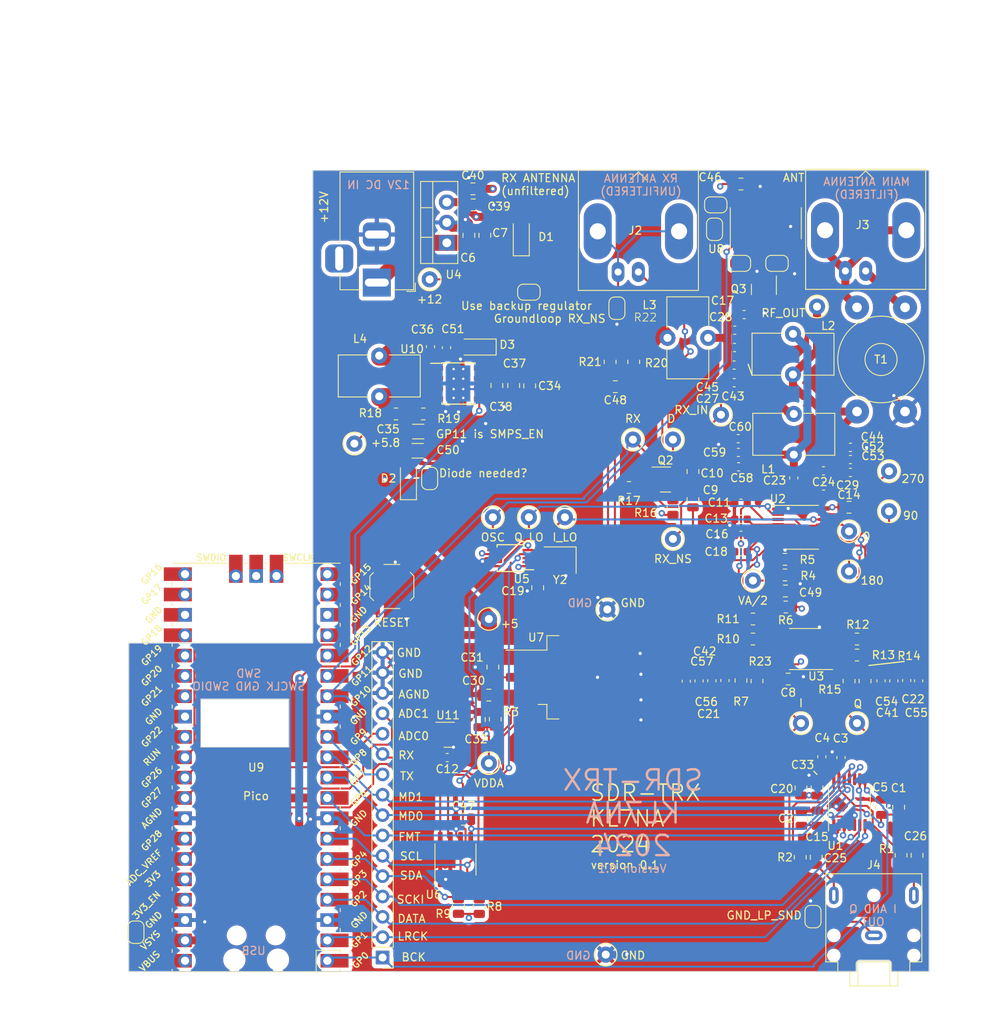
<source format=kicad_pcb>
(kicad_pcb (version 20221018) (generator pcbnew)
  (title_block (title "SDR-TRX") (date "2024-02-14") (rev "0.1") (company "Walla Walla University") (comment 1 "Prototype Digital HF Transceiver"))
  (layers (0 "F.Cu" signal) (1 "In1.Cu" signal) (2 "In2.Cu" signal) (31 "B.Cu" signal) (34 "B.Paste" user) (35 "F.Paste" user) (36 "B.SilkS" user "B.Silkscreen") (37 "F.SilkS" user "F.Silkscreen") (38 "B.Mask" user) (39 "F.Mask" user) (44 "Edge.Cuts" user))
  (net 0 "")
  (net 1 "+3.3V")
  (net 2 "GND")
  (net 3 "Net-(U1-VREF)")
  (net 4 "Net-(U1-VINL)")
  (net 5 "Net-(U1-VINR)")
  (net 6 "Net-(D1-K)")
  (net 7 "VDDA")
  (net 8 "/Receiver/RX_NS")
  (net 9 "Net-(U2-1A)")
  (net 10 "/Class E PA/RX_IN")
  (net 11 "Net-(Q2-D)")
  (net 12 "Net-(U2-1B4)")
  (net 13 "/RX")
  (net 14 "Net-(U2-1B3)")
  (net 15 "Net-(U2-1B2)")
  (net 16 "Net-(U2-1B1)")
  (net 17 "Net-(U3B--)")
  (net 18 "Net-(C21-Pad2)")
  (net 19 "Net-(U3A--)")
  (net 20 "Net-(C22-Pad2)")
  (net 21 "Net-(C23-Pad1)")
  (net 22 "Net-(T1-AA)")
  (net 23 "/Receiver/I_OUT")
  (net 24 "/Receiver/Q_OUT")
  (net 25 "Net-(C27-Pad1)")
  (net 26 "Net-(U7-VO)")
  (net 27 "+5V")
  (net 28 "+12V")
  (net 29 "Net-(D2-A)")
  (net 30 "Net-(D3-K)")
  (net 31 "Net-(U10-BOOT)")
  (net 32 "Net-(U6-IN-)")
  (net 33 "Net-(U6-IN+)")
  (net 34 "Net-(C49-Pad2)")
  (net 35 "/BCK")
  (net 36 "/LRCK")
  (net 37 "/DATA")
  (net 38 "/SCKI")
  (net 39 "/SDA")
  (net 40 "/SCL")
  (net 41 "/FMT")
  (net 42 "/MD0")
  (net 43 "/MD1")
  (net 44 "/TX")
  (net 45 "/ADC0")
  (net 46 "/ADC1")
  (net 47 "Net-(J2-Ext)")
  (net 48 "Net-(J3-In)")
  (net 49 "Net-(J3-Ext)")
  (net 50 "Net-(JP1-B)")
  (net 52 "Net-(JP5-A)")
  (net 53 "Net-(JP5-B)")
  (net 54 "Net-(JP6-A)")
  (net 55 "Net-(JP6-B)")
  (net 56 "Net-(JP7-B)")
  (net 57 "Net-(JP8-B)")
  (net 58 "Net-(JP12-A)")
  (net 59 "Net-(L3-Pad1)")
  (net 60 "Net-(U3B-+)")
  (net 61 "Net-(U3A-+)")
  (net 62 "Net-(U10-VSENSE)")
  (net 63 "Net-(SW2-B)")
  (net 64 "Net-(U2-S0)")
  (net 65 "Net-(U2-S1)")
  (net 66 "/Class E PA/OSC")
  (net 67 "Net-(U5-XA)")
  (net 68 "Net-(U5-XB)")
  (net 83 "Net-(U11-K)")
  (net 93 "/SMPS_EN")
  (footprint "Diodes:DO-214AC-Rob" (layer "F.Cu") (at 134.05 58.3 90)
    (fp_text reference "D1")
    (fp_text value "SS54")
  )
  (footprint "Jumper:SolderJumper-2_P1.3mm_Open_RoundedPad1.0x1.5mm" (layer "F.Cu") (at 85.9 145.1 90)
    (fp_text reference "JP12" hide)
    (fp_text value "USB Only" hide)
  )
  (footprint "Capacitor_SMD:C_0603_1608Metric" (layer "F.Cu") (at 161.5 95.55)
    (fp_text reference "C16")
    (fp_text value "4.7nF")
  )
  (footprint "Capacitor_SMD:C_0805_2012Metric" (layer "F.Cu") (at 183.5 135.5 90)
    (fp_text reference "C26")
    (fp_text value "1uF")
  )
  (footprint "Capacitor_SMD:C_0805_2012Metric" (layer "F.Cu") (at 130.5 112 -90)
    (fp_text reference "C31")
    (fp_text value "0.1u")
  )
  (footprint "Capacitor_SMD:C_0603_1608Metric" (layer "F.Cu") (at 183.7 113.725 -90)
    (fp_text reference "C22")
    (fp_text value "120p")
  )
  (footprint "TestPoint:TestPoint_Keystone_5000-5004_Miniature" (layer "F.Cu") (at 175 95.05)
    (fp_text reference "TP6" hide)
    (fp_text value "0")
  )
  (footprint "Connector_Coaxial:BNC_Amphenol_B6252HB-NPP3G-50_Horizontal" (layer "F.Cu") (at 177.08 62.55)
    (fp_text reference "J3")
    (fp_text value "BNC")
  )
  (footprint "Package_TO_SOT_SMD:SOT-23" (layer "F.Cu") (at 125.0375 120.45)
    (fp_text reference "U11")
    (fp_text value "CJ432")
  )
  (footprint "Capacitor_SMD:C_0805_2012Metric" (layer "F.Cu") (at 130 115.5 180)
    (fp_text reference "C30")
    (fp_text value "10uF")
  )
  (footprint "Resistor_SMD:R_0805_2012Metric" (layer "F.Cu") (at 118.4 80.4)
    (fp_text reference "R18")
    (fp_text value "10k")
  )
  (footprint "Crystal:Crystal_SMD_3225-4Pin_3.2x2.5mm" (layer "F.Cu") (at 138.9 98.65 180)
    (fp_text reference "Y2")
    (fp_text value "X322525MSB4SI")
  )
  (footprint "Connector_Coaxial:BNC_Amphenol_B6252HB-NPP3G-50_Horizontal" (layer "F.Cu") (at 148.68 62.68)
    (fp_text reference "J2")
    (fp_text value "BNC")
  )
  (footprint "Package_SO:SOIC-8_3.9x4.9mm_P1.27mm" (layer "F.Cu") (at 125.824762 136.025 90)
    (fp_text reference "U6")
    (fp_text value "INA219AxD")
  )
  (footprint "Capacitor_SMD:C_0603_1608Metric" (layer "F.Cu") (at 156.2625 113.7375 -90)
    (fp_text reference "C42")
    (fp_text value "120p")
  )
  (footprint "Capacitor_SMD:C_0805_2012Metric" (layer "F.Cu") (at 135.1 76.9 -90)
    (fp_text reference "C34")
    (fp_text value "22uF")
  )
  (footprint "Inductor_THT:L_Toroid_Vertical_L10.0mm_W5.0mm_P5.08mm" (layer "F.Cu") (at 168.1 80.4)
    (fp_text reference "L1")
    (fp_text value ".48uH 12t/T-37-6")
  )
  (footprint "TestPoint:TestPoint_Keystone_5000-5004_Miniature" (layer "F.Cu") (at 169 119 180)
    (fp_text reference "TP10" hide)
    (fp_text value "I")
  )
  (footprint "Capacitor_SMD:C_0603_1608Metric" (layer "F.Cu") (at 161.175 85.2 180)
    (fp_text reference "C59")
    (fp_text value "120p")
  )
  (footprint "Capacitor_SMD:C_0603_1608Metric" (layer "F.Cu") (at 124.7 72.125 -90)
    (fp_text reference "C51")
    (fp_text value "4.7nF")
  )
  (footprint "Capacitor_SMD:C_0603_1608Metric" (layer "F.Cu") (at 159.5 113.675 -90)
    (fp_text reference "C57")
    (fp_text value "120p")
  )
  (footprint "Package_SO:TI_SO-PowerPAD-8_ThermalVias" (layer "F.Cu") (at 126.2 76.6)
    (fp_text reference "U10")
    (fp_text value "TPS5430DDA")
  )
  (footprint "Resistor_SMD:R_0805_2012Metric" (layer "F.Cu") (at 176 110.5)
    (fp_text reference "R13")
    (fp_text value "10")
  )
  (footprint "Capacitor_SMD:C_0603_1608Metric" (layer "F.Cu") (at 160.7 72.11 180)
    (fp_text reference "C27")
    (fp_text value "120p")
  )
  (footprint "Capacitor_SMD:C_0805_2012Metric" (layer "F.Cu") (at 131 76.85 -90)
    (fp_text reference "C38")
    (fp_text value "22uF")
  )
  (footprint "Capacitor_SMD:C_0805_2012Metric" (layer "F.Cu") (at 179.1 129.5 -90)
    (fp_text reference "C5")
    (fp_text value "0.1u")
  )
  (footprint "Capacitor_SMD:C_0805_2012Metric" (layer "F.Cu") (at 167.4 113.5 180)
    (fp_text reference "C8")
    (fp_text value "0.1u")
  )
  (footprint "Capacitor_SMD:C_0603_1608Metric" (layer "F.Cu") (at 154.6625 113.7625 -90)
    (fp_text reference "C21")
    (fp_text value "120p")
  )
  (footprint "TestPoint:TestPoint_Keystone_5000-5004_Miniature" (layer "F.Cu") (at 130 106)
    (fp_text reference "TP28" hide)
    (fp_text value "+5")
  )
  (footprint "Capacitor_SMD:C_0603_1608Metric" (layer "F.Cu") (at 175.175 86.1)
    (fp_text reference "C52")
    (fp_text value "120p")
  )
  (footprint "Transformer_THT:Transformer_Toroid_Horizontal_D10.5mm_Amidon-T37" (layer "F.Cu") (at 182 80.1 90)
    (fp_text reference "T1" hide)
    (fp_text value "1:1 FT37-43" hide)
  )
  (footprint "Diodes:DO-214AC-Rob" (layer "F.Cu") (at 128.55 72.05 180)
    (fp_text reference "D3")
    (fp_text value "SS54")
  )
  (footprint "Connector_Audio:Jack_3.5mm_CUI_SJ1-3523N_Horizontal" (layer "F.Cu") (at 178.1 145.5)
    (fp_text reference "J4")
    (fp_text value "Audio Out to Soundcard")
    (fp_line (start -2.2 3.5) (end -2.2 4.5) (stroke (width 0.12)) (layer "Edge.Cuts"))
    (fp_line (start -2.2 4.5) (end -6.5 4.5) (stroke (width 0.12)) (layer "Edge.Cuts"))
    (fp_line (start 1.8 3.1) (end -1.8 3.1) (stroke (width 0.12)) (layer "Edge.Cuts"))
    (fp_line (start 2.2 3.5) (end 2.2 4.5) (stroke (width 0.12)) (layer "Edge.Cuts"))
    (fp_line (start 2.2 4.5) (end 6.5 4.5) (stroke (width 0.12)) (layer "Edge.Cuts"))
    (fp_arc (start -2.2 3.5) (mid -2.082842 3.217158) (end -1.8 3.1) (stroke (width 0.12)) (layer "Edge.Cuts"))
    (fp_arc (start 1.8 3.1) (mid 2.082843 3.217157) (end 2.2 3.5) (stroke (width 0.12)) (layer "Edge.Cuts"))
  )
  (footprint "Capacitor_SMD:C_0603_1608Metric" (layer "F.Cu") (at 171.6 123.2 -90)
    (fp_text reference "C4")
    (fp_text value "4.7nF")
  )
  (footprint "Resistor_SMD:R_0805_2012Metric" (layer "F.Cu") (at 126.2 141.8875 -90)
    (fp_text reference "R9")
    (fp_text value "4.7k")
  )
  (footprint "Capacitor_SMD:C_0603_1608Metric" (layer "F.Cu") (at 160.725 69.95 180)
    (fp_text reference "C28")
    (fp_text value "120p")
  )
  (footprint "Jumper:SolderJumper-2_P1.3mm_Bridged_RoundedPad1.0x1.5mm" (layer "F.Cu") (at 158.2 57.35 90)
    (fp_text reference "JP8" hide)
    (fp_text value "CM2A" hide)
  )
  (footprint "TestPoint:TestPoint_Keystone_5000-5004_Miniature" (layer "F.Cu") (at 159 80.5)
    (fp_text reference "TP14" hide)
    (fp_text value "RX_IN")
  )
  (footprint "TestPoint:TestPoint_Keystone_5000-5004_Miniature" (layer "F.Cu") (at 176 119 180)
    (fp_text reference "TP11" hide)
    (fp_text value "Q")
  )
  (footprint "Package_SO:TSSOP-16_4.4x5mm_P0.65mm" (layer "F.Cu") (at 169 94.55)
    (fp_text reference "U2")
    (fp_text value "SN74CBT3253CPWR")
  )
  (footprint "Package_SO:MSOP-10_3x3mm_P0.5mm" (layer "F.Cu") (at 132.7 98.4 180)
    (fp_text reference "U5")
    (fp_text value "MS5351M")
  )
  (footprint "Resistor_SMD:R_0805_2012Metric" (layer "F.Cu") (at 163 108.5 180)
    (fp_text reference "R10")
    (fp_text value "10")
  )
  (footprint "Capacitor_SMD:C_0805_2012Metric" (layer "F.Cu") (at 136.1 102.1 90)
    (fp_text reference "C19")
    (fp_text value "0.1u")
  )
  (footprint "Capacitor_SMD:C_0805_2012Metric" (layer "F.Cu") (at 181.2 129.5 90)
    (fp_text reference "C1")
    (fp_text value "10uF")
  )
  (footprint "TestPoint:TestPoint_Keystone_5000-5004_Miniature" (layer "F.Cu") (at 144.6 147.9)
    (fp_text reference "TP13" hide)
    (fp_text value "GND")
  )
  (footprint "TestPoint:TestPoint_Keystone_5000-5004_Miniature" (layer "F.Cu") (at 180 87.55)
    (fp_text reference "TP7" hide)
    (fp_text value "270")
  )
  (footprint "Jumper:SolderJumper-2_P1.3mm_Open_RoundedPad1.0x1.5mm" (layer "F.Cu") (at 170.5 143.15 -90)
    (fp_text reference "JP1" hide)
    (fp_text value "GND_LP_SND")
  )
  (footprint "Capacitor_SMD:C_0805_2012Metric" (layer "F.Cu") (at 128 52.3)
    (fp_text reference "C40")
    (fp_text value "0.1u")
  )
  (footprint "Capacitor_SMD:C_0805_2012Metric" (layer "F.Cu") (at 171.05 130.8625 -90)
    (fp_text reference "C15")
    (fp_text value "0.1u")
  )
  (footprint "Capacitor_SMD:C_0603_1608Metric" (layer "F.Cu") (at 175.175 84.57)
    (fp_text reference "C44")
    (fp_text value "120p")
  )
  (footprint "TestPoint:TestPoint_Keystone_5000-5004_Miniature" (layer "F.Cu") (at 135 93.3)
    (fp_text reference "TP2" hide)
    (fp_text value "Q_LO")
  )
  (footprint "Capacitor_SMD:C_0805_2012Metric" (layer "F.Cu") (at 155.5 87.5875 -90)
    (fp_text reference "C10")
    (fp_text value "0.1u")
  )
  (footprint "Capacitor_SMD:C_0603_1608Metric" (layer "F.Cu") (at 171.825 89.4 180)
    (fp_text reference "C29")
    (fp_text value "120p")
  )
  (footprint "Capacitor_SMD:C_0805_2012Metric" (layer "F.Cu") (at 145.8 77 180)
    (fp_text reference "C48")
    (fp_text value "0.1u")
  )
  (footprint "Package_SO:SOIC-14_3.9x8.7mm_P1.27mm" (layer "F.Cu") (at 164.6 56.6 90)
    (fp_text reference "U8")
    (fp_text value "74HC14")
  )
  (footprint "Capacitor_SMD:C_0603_1608Metric" (layer "F.Cu") (at 174 123.3 -90)
    (fp_text reference "C3")
    (fp_text value "4.7nF")
  )
  (footprint "Inductor_THT:L_Toroid_Vertical_L10.0mm_W5.0mm_P5.08mm" (layer "F.Cu") (at 116.3 73.12)
    (fp_text reference "L4")
    (fp_text value "15uH 7t/FT37-43")
  )
  (footprint "Capacitor_SMD:C_0603_1608Metric" (layer "F.Cu") (at 179 113.725 -90)
    (fp_text reference "C55")
    (fp_text value "120p")
  )
  (footprint "Capacitor_SMD:C_0603_1608Metric" (layer "F.Cu") (at 122.7 72 -90)
    (fp_text reference "C36")
    (fp_text value "4.7nF")
  )
  (footprint "Resistor_SMD:R_0805_2012Metric" (layer "F.Cu") (at 153 92.0875 90)
    (fp_text reference "R16")
    (fp_text value "470k")
  )
  (footprint "Capacitor_SMD:C_0805_2012Metric" (layer "F.Cu") (at 169.05 130.8625 90)
    (fp_text reference "C2")
    (fp_text value "10uF")
  )
  (footprint "TestPoint:TestPoint_Keystone_5000-5004_Miniature" (layer "F.Cu") (at 130.5 93.3)
    (fp_text reference "TP16" hide)
    (fp_text value "OSC")
  )
  (footprint "Inductor_THT:L_Toroid_Vertical_L10.0mm_W5.0mm_P5.08mm" (layer "F.Cu") (at 152.32 70.9 90)
    (fp_text reference "L3")
    (fp_text value "200u 22t FT-37-43")
  )
  (footprint "Capacitor_SMD:C_0603_1608Metric" (layer "F.Cu") (at 160.65 76.5 180)
    (fp_text reference "C43")
    (fp_text value "120p")
  )
  (footprint "Capacitor_SMD:C_0805_2012Metric" (layer "F.Cu") (at 161.5 51.7 180)
    (fp_text reference "C46")
    (fp_text value "0.1u")
  )
  (footprint "Inductor_THT:L_Toroid_Vertical_L10.0mm_W5.0mm_P5.08mm" (layer "F.Cu") (at 168 70.4)
    (fp_text reference "L2")
    (fp_text value ".19uH 5t/T37-6")
  )
  (footprint "Capacitor_SMD:C_0603_1608Metric" (layer "F.Cu") (at 161.2 87 180)
    (fp_text reference "C58")
    (fp_text value "120p")
  )
  (footprint "TestPoint:TestPoint_Keystone_5000-5004_Miniature" (layer "F.Cu") (at 139.5 93.3)
    (fp_text reference "TP1" hide)
    (fp_text value "I_LO")
  )
  (footprint "Capacitor_SMD:C_1206_3216Metric" (layer "F.Cu") (at 121.175 82.6)
    (fp_text reference "C35")
    (fp_text value "100uF")
  )
  (footprint "Package_TO_SOT_SMD:SOT-23" (layer "F.Cu") (at 152.0625 88.5875)
    (fp_text reference "Q2")
    (fp_text value "IRLML2060")
  )
  (footprint "TestPoint:TestPoint_Keystone_5000-5004_Miniature" (layer "F.Cu") (at 130 124)
    (fp_text reference "TP27" hide)
    (fp_text value "VDDA")
  )
  (footprint "Shunt:.03 Shunt" (layer "F.Cu") (at 146.5 70.6 -90)
    (fp_text reference "R22")
    (fp_text value "0.03 shunt")
  )
  (footprint "Resistor_SMD:R_0805_2012Metric" (layer "F.Cu") (at 163.5 113.75 90)
    (fp_text reference "R23")
    (fp_text value "3.9k")
  )
  (footprint "Button_Switch_SMD:SW_Push_1P1T_XKB_TS-1187A" (layer "F.Cu") (at 117.88 101.94 -90)
    (fp_text reference "SW2" hide)
    (fp_text value "RESET")
  )
  (footprint "Resistor_SMD:R_0805_2012Metric" (layer "F.Cu") (at 177 113.75 90)
    (fp_text reference "R14")
    (fp_text value "3.9k")
  )
  (footprint "TestPoint:TestPoint_Keystone_5000-5004_Miniature" (layer "F.Cu") (at 122.6 63.6)
    (fp_text reference "TP35" hide)
    (fp_text value "+12")
  )
  (footprint "Capacitor_SMD:C_0603_1608Metric" (layer "F.Cu") (at 160.65 74.3 180)
    (fp_text reference "C45")
    (fp_text value "120p")
  )
  (footprint "Capacitor_SMD:C_0603_1608Metric" (layer "F.Cu") (at 161.9 68 180)
    (fp_text reference "C17")
    (fp_text value "120p")
  )
  (footprint "MCU_RaspberryPi_and_Boards:RPi_Pico_SMD_TH" (layer "F.Cu") (at 100.925 124.53 180)
    (fp_text reference "U9")
    (fp_text value "Pico")
  )
  (footprint "Resistor_SMD:R_0805_2012Metric" (layer "F.Cu") (at 128.8 141.9 -90)
    (fp_text reference "R8")
    (fp_text value "4.7k")
  )
  (footprint "Package_SO:TSSOP-14_4.4x5mm_P0.65mm" (layer "F.Cu") (at 175.05 128.8625 90)
    (fp_text reference "U1")
    (fp_text value "PCM1808PWR")
  )
  (footprint "Capacitor_SMD:C_0603_1608Metric" (layer "F.Cu") (at 171.8 87.5 180)
    (fp_text reference "C24")
    (fp_text value "120p")
  )
  (footprint "Capacitor_SMD:C_0603_1608Metric" (layer "F.Cu") (at 161.5 93.55)
    (fp_text reference "C13")
    (fp_text value "4.7nF")
  )
  (footprint "Resistor_SMD:R_0805_2012Metric" (layer "F.Cu") (at 148.1 73.9 90)
    (fp_text reference "R20")
    (fp_text value "10")
  )
  (footprint "Package_TO_SOT_THT:TO-220-3_Vertical" (layer "F.Cu") (at 124.745 59.04 90)
    (fp_text reference "U4")
    (fp_text value "LM7805_TO220")
  )
  (footprint "Resistor_SMD:R_0805_2012Metric" (layer "F.Cu") (at 121.8 80.4)
    (fp_text reference "R19")
    (fp_text value "2.67k")
  )
  (footprint "Package_TO_SOT_SMD:SOT-23" (layer "F.Cu") (at 164.3625 64.85 -90)
    (fp_text reference "Q3")
    (fp_text value "IRLML2060")
  )
  (footprint "Package_TO_SOT_SMD:TO-263-3_TabPin2" (layer "F.Cu") (at 142.075 113.275)
    (fp_text reference "U7")
    (fp_text value "LM2937xS")
  )
  (footprint "Resistor_SMD:R_0805_2012Metric" (layer "F.Cu") (at 130.8 118.5125 90)
    (fp_text reference "R3")
    (fp_text value "1")
  )
  (footprint "Resistor_SMD:R_0805_2012Metric" (layer "F.Cu") (at 147.5 89.5875 180)
    (fp_text reference "R17")
    (fp_text value "1k")
  )
  (footprint "Resistor_SMD:R_0805_2012Metric" (layer "F.Cu") (at 167 98.55)
    (fp_text reference "R5")
    (fp_text value "10k")
  )
  (footprint "TestPoint:TestPoint_Keystone_5000-5004_Miniature" (layer "F.Cu") (at 180 92.55)
    (fp_text reference "TP8" hide)
    (fp_text value "90")
  )
  (footprint "Resistor_SMD:R_0805_2012Metric" (layer "F.Cu") (at 167.0875 104.5 180)
    (fp_text reference "R6")
    (fp_text value "10k")
  )
  (footprint "Capacitor_SMD:C_0603_1608Metric" (layer "F.Cu") (at 180.6 113.725 -90)
    (fp_text reference "C54")
    (fp_text value "120p")
  )
  (footprint "Resistor_SMD:R_0805_2012Metric" (layer "F.Cu") (at 175 113.75 90)
    (fp_text reference "R15")
    (fp_text value "3.9k")
  )
  (footprint "Capacitor_SMD:C_0805_2012Metric" (layer "F.Cu") (at 167.05 102.5 180)
    (fp_text reference "C49")
    (fp_text value "0.1u")
  )
  (footprint "Capacitor_SMD:C_0603_1608Metric" (layer "F.Cu") (at 182.2 113.675 -90)
    (fp_text reference "C41")
    (fp_text value "120p")
  )
  (footprint "Resistor_SMD:R_0805_2012Metric" (layer "F.Cu") (at 176 108.5)
    (fp_text reference "R12")
    (fp_text value "10")
  )
  (footprint "TestPoint:TestPoint_Keystone_5000-5004_Miniature" (layer "F.Cu") (at 163 101.2)
    (fp_text reference "TP12" hide)
    (fp_text value "VA/2")
  )
  (footprint "Capacitor_SMD:C_0805_2012Metric" (layer "F.Cu") (at 127.5 58.1 90)
    (fp_text reference "C6")
    (fp_text value "10uF")
  )
  (footprint "Capacitor_SMD:C_0805_2012Metric" (layer "F.Cu") (at 175 92.05 180)
    (fp_text reference "C14")
    (fp_text value "0.1u")
  )
  (footprint "Capacitor_SMD:C_0805_2012Metric" (layer "F.Cu") (at 128.05 54.3)
    (fp_text reference "C39")
    (fp_text value "10uF")
  )
  (footprint "TestPoint:TestPoint_Keystone_5000-5004_Miniature" (layer "F.Cu") (at 113.2 84.1)
    (fp_text reference "TP34" hide)
    (fp_text value "+5.8")
  )
  (footprint "Capacitor_SMD:C_0805_2012Metric" (layer "F.Cu") (at 155.5 91.1125 -90)
    (fp_text reference "C9")
    (fp_text value "0.1u")
  )
  (footprint "Resistor_SMD:R_0805_2012Metric" (layer "F.Cu") (at 168.9 135.75 90)
    (fp_text reference "R2")
    (fp_text value "200")
  )
  (footprint "Resistor_SMD:R_0805_2012Metric" (layer "F.Cu") (at 163 106 180)
    (fp_text reference "R11")
    (fp_text value "10")
  )
  (footprint "Resistor_SMD:R_0805_2012Metric" (layer "F.Cu") (at 167 100.5)
    (fp_text reference "R4")
    (fp_text value "10k")
  )
  (footprint "Capacitor_SMD:C_1206_3216Metric" (layer "F.Cu") (at 121.1 85)
    (fp_text reference "C50")
    (fp_text value "100uF")
  )
  (footprint "Package_SO:SOIC-8_3.9x4.9mm_P1.27mm" (layer "F.Cu") (at 169.5 109.75 180)
    (fp_text reference "U3")
    (fp_text value "OPA1612AxD")
  )
  (footprint "Jumper:SolderJumper-2_P1.3mm_Open_RoundedPad1.0x1.5mm" (layer "F.Cu") (at 146 67.2 90)
    (fp_text reference "JP2" hide)
    (fp_text value "Groundloop RX_NS")
  )
  (footprint "Capacitor_SMD:C_0805_2012Metric" (layer "F.Cu") (at 129.5 58.1 -90)
    (fp_text reference "C7")
    (fp_text value "0.1u")
  )
  (footprint "Capacitor_SMD:C_0805_2012Metric" (layer "F.Cu") (at 169 127.0875 90)
    (fp_text reference "C20")
    (fp_text value "10uF")
  )
  (footprint "Capacitor_SMD:C_0805_2012Metric" (layer "F.Cu") (at 171 127.0875 -90)
    (fp_text reference "C33")
    (fp_text value "0.1u")
  )
  (footprint "TestPoint:TestPoint_Keystone_5000-5004_Miniature" (layer "F.Cu") (at 144.8 104.8)
    (fp_text reference "TP9" hide)
    (fp_text value "GND")
  )
  (footprint "Capacitor_SMD:C_0603_1608Metric" (layer "F.Cu") (at 175.175 87.7)
    (fp_text reference "C53")
    (fp_text value "120p")
  )
  (footprint "Capacitor_SMD:C_0603_1608Metric" (layer "F.Cu") (at 168.1 88.4 -90)
    (fp_text reference "C23")
    (fp_text value "120p")
  )
  (footprint "Connector_PinHeader_2.54mm:PinHeader_1x16_P2.54mm_Vertical" (layer "F.Cu") (at 116.72 148.26 180)
    (fp_text reference "J1" hide)
    (fp_text value "Debug Connector")
  )
  (footprint "Jumper:SolderJumper-2_P1.3mm_Bridged_RoundedPad1.0x1.5mm" (layer "F.Cu") (at 166 61.6)
    (fp_text reference "JP6" hide)
    (fp_text value "CM1B" hide)
  )
  (footprint "TestPoint:TestPoint_Keystone_5000-5004_Miniature" (layer "F.Cu") (at 148 83.6)
    (fp_text reference "TP17" hide)
    (fp_text value "RX")
  )
  (footprint "Capacitor_SMD:C_0603_1608Metric" (layer "F.Cu") (at 124.8 123.3 180)
    (fp_text reference "C12")
    (fp_text value "4.7nF")
  )
  (footprint "Capacitor_SMD:C_0805_2012Metric" (layer "F.Cu") (at 128.8 118.55 90)
    (fp_text reference "C32")
    (fp_text value "10uF")
  )
  (footprint "Connector_BarrelJack:BarrelJack_Horizontal" (layer "F.Cu") (at 116 64 -90)
    (fp_text reference "J6" hide)
    (fp_text value "+12V")
  )
  (footprint "Capacitor_SMD:C_0603_1608Metric" (layer "F.Cu") (at 157.8625 113.7125 -90)
    (fp_text reference "C56")
    (fp_text value "120p")
  )
  (footprint "TestPoint:TestPoint_Keystone_5000-5004_Miniature" (layer "F.Cu") (at 153 83.6)
    (fp_text reference "TP15" hide)
    (fp_text value "D")
  )
  (footprint "TestPoint:TestPoint_Keystone_5000-5004_Miniature" (layer "F.Cu") (at 153 96)
    (fp_text reference "TP4" hide)
    (fp_text value "RX_NS")
  )
  (footprint "Jumper:SolderJumper-2_P1.3mm_Bridged_RoundedPad1.0x1.5mm" (layer "F.Cu") (at 161.3 61.6)
    (fp_text reference "JP5" hide)
    (fp_text value "CM1A" hide)
  )
  (footprint "Jumper:SolderJumper-2_P1.3mm_Bridged_RoundedPad1.0x1.5mm" (layer "F.Cu") (at 158.35 54.3)
    (fp_text reference "JP7" hide)
    (fp_text value "CM2B" hide)
  )
  (footprint "Capacitor_SMD:C_0805_2012Metric" (layer "F.Cu") (at 133.1 76.85 -90)
    (fp_text reference "C37")
    (fp_text value "22uF")
  )
  (footprint "Jumper:SolderJumper-2_P1.3mm_Open_RoundedPad1.0x1.5mm" (layer "F.Cu") (at 122.6 88.45 -90)
    (fp_text reference "JP9" hide)
    (fp_text value "Diode needed?")
  )
  (footprint "Resistor_SMD:R_0805_2012Metric" (layer "F.Cu") (at 145.15 73.9 90)
    (fp_text reference "R21")
    (fp_text value "10")
  )
  (footprint "Capacitor_SMD:C_0805_2012Metric" (layer "F.Cu") (at 170.9 135.75 90)
    (fp_text reference "C25")
    (fp_text value "1uF")
  )
  (footprint "Jumper:SolderJumper-2_P1.3mm_Bridged_RoundedPad1.0x1.5mm" (layer "F.Cu") (at 135 65.2 180)
    (fp_text reference "JP4" hide)
    (fp_text value "Use backup regulator")
  )
  (footprint "Resistor_SMD:R_0805_2012Metric" (layer "F.Cu") (at 161.5 113.6625 90)
    (fp_text reference "R7")
    (fp_text value "3.9k")
  )
  (footprint "TestPoint:TestPoint_Keystone_5000-5004_Miniature" (layer "F.Cu") (at 171 67)
    (fp_text reference "TP18" hide)
    (fp_text value "RF_OUT")
  )
  (footprint "Capacitor_SMD:C_0805_2012Metric" (layer "F.Cu") (at 126.824762 131)
    (fp_text reference "C47")
    (fp_text value "0.1u")
  )
  (footprint "TestPoint:TestPoint_Keystone_5000-5004_Miniature" (layer "F.Cu") (at 175 100.05)
    (fp_text reference "TP5" hide)
    (fp_text value "180")
  )
  (footprint "Capacitor_SMD:C_0603_1608Metric" (layer "F.Cu") (at 161.5 91.55)
    (fp_text reference "C11")
    (fp_text value "4.7nF")
  )
  (footprint "Resistor_SMD:R_0805_2012Metric" (layer "F.Cu") (at 181.5 135.5 90)
    (fp_text reference "R1")
    (fp_text value "200")
  )
  (footprint "Diodes:DO-214AC-Rob" (layer "F.Cu") (at 119.95 88.75 90)
    (fp_text reference "D2")
    (fp_text value "SS54")
  )
  (footprint "Capacitor_SMD:C_0603_1608Metric" (layer "F.Cu") (at 161.5 97.6)
    (fp_text reference "C18")
    (fp_text value "4.7nF")
  )
  (footprint "Capacitor_SMD:C_0603_1608Metric" (layer "F.Cu") (at 161.15 83.49 180)
    (fp_text reference "C60")
    (fp_text value "120p")
  )
  (gr_line (start 162.88 75.56) (end 162.4 74.2) (stroke (width 0.15)) (layer "F.SilkS"))
  (gr_line (start 170.6 125) (end 171 125.4) (stroke (width 0.15)) (layer "F.SilkS"))
  (gr_line (start 177.5 111.8) (end 181.9 111.3) (stroke (width 0.15)) (layer "F.SilkS"))
  (gr_line (start 185 50) (end 184.88 50) (stroke (width 0.1)) (layer "Edge.Cuts"))
  (gr_line (start 94 116) (end 94 122) (stroke (width 0.1)) (layer "Edge.Cuts"))
  (gr_line (start 108.88 50) (end 184.88 50) (stroke (width 0.1)) (layer "Edge.Cuts"))
  (gr_line (start 108 50) (end 108.88 50) (stroke (width 0.1)) (layer "Edge.Cuts"))
  (gr_line (start 105 116) (end 94 116) (stroke (width 0.1)) (layer "Edge.Cuts"))
  (gr_line (start 108 109) (end 108 50) (stroke (width 0.1)) (layer "Edge.Cuts"))
  (gr_line (start 85 150) (end 171.6 150) (stroke (width 0.1)) (layer "Edge.Cuts"))
  (gr_line (start 105 122) (end 105 116) (stroke (width 0.1)) (layer "Edge.Cuts"))
  (gr_line (start 85 109) (end 108 109) (stroke (width 0.1)) (layer "Edge.Cuts"))
  (gr_line (start 184.6 150) (end 185 150) (stroke (width 0.1)) (layer "Edge.Cuts"))
  (gr_line (start 94 122) (end 105 122) (stroke (width 0.1)) (layer "Edge.Cuts"))
  (gr_line (start 85 150) (end 85 109) (stroke (width 0.1)) (layer "Edge.Cuts"))
  (gr_line (start 185 150) (end 185 50) (stroke (width 0.1)) (layer "Edge.Cuts"))
  (gr_text "RX ANTENNA\n(UNFILTERED)" (at 149 53.2) (layer "B.SilkS") (effects (font (size 1 1)) (justify bottom mirror)))
  (gr_text "GND" (at 143 104.6) (layer "B.SilkS") (effects (font (size 1 1)) (justify left bottom mirror)))
  (gr_text "GND" (at 142.8 148.6) (layer "B.SilkS") (effects (font (size 1 1)) (justify left bottom mirror)))
  (gr_text "12V DC IN" (at 120.2 52.4) (layer "B.SilkS") (effects (font (size 1 1)) (justify left bottom mirror)))
  (gr_text "I AND Q\nOUT" (at 178 144.4) (layer "B.SilkS") (effects (font (size 1 1)) (justify bottom mirror)))
  (gr_text "USB" (at 102.2 148) (layer "B.SilkS") (effects (font (size 1 1)) (justify left bottom mirror)))
  (gr_text "Version 0.1" (at 152.3 137.75) (layer "B.SilkS") (effects (font (size 1 1)) (justify left bottom mirror)))
  (gr_text "MAIN ANTENNA\n(FILTERED)" (at 177.2 53.6) (layer "B.SilkS") (effects (font (size 1 1)) (justify bottom mirror)))
  (gr_text "SDR-TRX\nKL7NA\n2024" (at 148 135.8) (layer "B.SilkS") (effects (font (size 2.54 2.54) (thickness 0.3)) (justify bottom mirror)))
  (gr_text "SWD\nSWCLK GND SWDIO" (at 100 115) (layer "B.SilkS") (effects (font (size 1 1)) (justify bottom mirror)))
  (gr_text "GP11 is SMPS_EN" (at 123.3 83.5) (layer "F.SilkS") (effects (font (size 1 1)) (justify left bottom)))
  (gr_text "SCKI\n" (at 118.4 141.6) (layer "F.SilkS") (effects (font (size 1 1)) (justify left bottom)))
  (gr_text "SDA" (at 118.8 138.6) (layer "F.SilkS") (effects (font (size 1 1)) (justify left bottom)))
  (gr_text "ADC0" (at 118.6 121.2) (layer "F.SilkS") (effects (font (size 1 1)) (justify left bottom)))
  (gr_text "GND" (at 118.4 110.8) (layer "F.SilkS") (effects (font (size 1 1)) (justify left bottom)))
  (gr_text "RX" (at 118.6 123.6) (layer "F.SilkS") (effects (font (size 1 1)) (justify left bottom)))
  (gr_text "GND" (at 118.6 113.4) (layer "F.SilkS") (effects (font (size 1 1)) (justify left bottom)))
  (gr_text "SDR-TRX\nKL7NA\n2024" (at 142.5 135.3) (layer "F.SilkS") (effects (font (size 2 2) (thickness 0.2)) (justify left bottom)))
  (gr_text "MD1" (at 118.6 128.8) (layer "F.SilkS") (effects (font (size 1 1)) (justify left bottom)))
  (gr_text "ADC1" (at 118.6 118.4) (layer "F.SilkS") (effects (font (size 1 1)) (justify left bottom)))
  (gr_text "BCK" (at 119 148.8) (layer "F.SilkS") (effects (font (size 1 1)) (justify left bottom)))
  (gr_text "RX ANTENNA\n(unfiltered)" (at 131.45 53.15) (layer "F.SilkS") (effects (font (size 1 1)) (justify left bottom)))
  (gr_text "version 0.1" (at 142.65 137.3) (layer "F.SilkS") (effects (font (size 1 1)) (justify left bottom)))
  (gr_text "ANT" (at 166.65 51.5) (layer "F.SilkS") (effects (font (size 1 1)) (justify left bottom)))
  (gr_text "AGND" (at 118.6 116) (layer "F.SilkS") (effects (font (size 1 1)) (justify left bottom)))
  (gr_text "LRCK" (at 118.5 146.2) (layer "F.SilkS") (effects (font (size 1 1)) (justify left bottom)))
  (gr_text "FMT" (at 118.6 133.8) (layer "F.SilkS") (effects (font (size 1 1)) (justify left bottom)))
  (gr_text "MD0" (at 118.6 131.2) (layer "F.SilkS") (effects (font (size 1 1)) (justify left bottom)))
  (gr_text "DATA" (at 118.5 144) (layer "F.SilkS") (effects (font (size 1 1)) (justify left bottom)))
  (gr_text "TX" (at 118.8 126.2) (layer "F.SilkS") (effects (font (size 1 1)) (justify left bottom)))
  (gr_text "SCL" (at 118.8 136.2) (layer "F.SilkS") (effects (font (size 1 1)) (justify left bottom)))
  (segment (start 172.8 130.6625) (end 172.8 130.552424) (width 0.25) (layer "F.Cu") (net 1))
  (segment (start 136.1 101.1875) (end 136.1 100.6) (width 0.25) (layer "F.Cu") (net 1))
  (segment (start 175.05 131.036459) (end 174.975118 130.961577) (width 0.25) (layer "F.Cu") (net 1))
  (segment (start 172.8 130.6625) (end 172.560073 130.6625) (width 0.25) (layer "F.Cu") (net 1))
  (segment (start 127.803722 133.47604) (end 127.729762 133.55) (width 0.25) (layer "F.Cu") (net 1))
  (segment (start 127.803722 132.191367) (end 127.803722 133.47604) (width 0.25) (layer "F.Cu") (net 1))
  (segment (start 174.975118 130.961577) (end 174.975118 130.199577) (width 0.25) (layer "F.Cu") (net 1))
  (segment (start 128.8 142.8125) (end 127.6 142.8125) (width 0.25) (layer "F.Cu") (net 1))
  (segment (start 127.6 142.8125) (end 127.6 143.205) (width 0.25) (layer "F.Cu") (net 1))
  (segment (start 174.676041 130.6625) (end 172.8 130.6625) (width 0.25) (layer "F.Cu") (net 1))
  (segment (start 176.723404 129.843398) (end 177.231134 130.351128) (width 0.25) (layer "F.Cu") (net 1))
  (segment (start 129.149158 97.849158) (end 129.149158 97.801316) (width 0.25) (layer "F.Cu") (net 1))
  (segment (start 130.5 97.9) (end 129.2 97.9) (width 0.25) (layer "F.Cu") (net 1))
  (segment (start 175.05 131.725) (end 175.05 131.036459) (width 0.25) (layer "F.Cu") (net 1))
  (segment (start 127.6 142.8125) (end 126.2125 142.8125) (width 0.25) (layer "F.Cu") (net 1))
  (segment (start 127.737262 132.124907) (end 127.803722 132.191367) (width 0.25) (layer "F.Cu") (net 1))
  (segment (start 133.8 99.4) (end 133.7 99.5) (width 0.25) (layer "F.Cu") (net 1))
  (segment (start 176.000305 129.775) (end 176.068703 129.843398) (width 0.25) (layer "F.Cu") (net 1))
  (segment (start 175.05 131.036459) (end 174.676041 130.6625) (width 0.25) (layer "F.Cu") (net 1))
  (segment (start 134.9 99.4) (end 133.8 99.4) (width 0.25) (layer "F.Cu") (net 1))
  (segment (start 136.1 100.6) (end 134.9 99.4) (width 0.25) (layer "F.Cu") (net 1))
  (segment (start 129.2 97.9) (end 129.149158 97.849158) (width 0.25) (layer "F.Cu") (net 1))
  (segment (start 126.2125 142.8125) (end 126.2 142.8) (width 0.25) (layer "F.Cu") (net 1))
  (segment (start 179 131.7) (end 179 130.4125) (width 0.25) (layer "F.Cu") (net 1))
  (segment (start 176.068703 129.843398) (end 176.723404 129.843398) (width 0.25) (layer "F.Cu") (net 1))
  (segment (start 127.774762 132.162407) (end 127.803722 132.191367) (width 0.25) (layer "F.Cu") (net 1))
  (segment (start 127.774762 131) (end 127.774762 132.162407) (width 0.25) (layer "F.Cu") (net 1))
  (segment (start 179 130.4125) (end 180.9625 130.4125) (width 0.25) (layer "F.Cu") (net 1))
  (segment (start 180.9625 130.4125) (end 181 130.45) (width 0.25) (layer "F.Cu") (net 1))
  (segment (start 127.6 143.205) (end 127.5 143.305) (width 0.25) (layer "F.Cu") (net 1))
  (segment (start 127.737262 131.125) (end 127.737262 132.124907) (width 0.25) (layer "F.Cu") (net 1))
  (segment (start 172.8 130.552424) (end 172.702155 130.454579) (width 0.25) (layer "F.Cu") (net 1))
  (segment (start 175.399695 129.775) (end 176.000305 129.775) (width 0.25) (layer "F.Cu") (net 1))
  (segment (start 174.975118 130.199577) (end 175.399695 129.775) (width 0.25) (layer "F.Cu") (net 1))
  (via (at 127.803722 132.191367) (size 0.8) (drill 0.4) (layers "F.Cu" "B.Cu") (net 1))
  (via (at 133.7 99.5) (size 0.8) (drill 0.4) (layers "F.Cu" "B.Cu") (net 1))
  (via (at 177.231134 130.351128) (size 0.8) (drill 0.4) (layers "F.Cu" "B.Cu") (net 1))
  (via (at 172.702155 130.454579) (size 0.8) (drill 0.4) (layers "F.Cu" "B.Cu") (net 1))
  (via (at 127.5 143.305) (size 0.8) (drill 0.4) (layers "F.Cu" "B.Cu") (net 1))
  (via (at 179 131.7) (size 0.8) (drill 0.4) (layers "F.Cu" "B.Cu") (net 1))
  (via (at 129.149158 97.801316) (size 0.8) (drill 0.4) (layers "F.Cu" "B.Cu") (net 1))
  (segment (start 127.803722 132.191367) (end 169.370702 132.191367) (width 0.25) (layer "B.Cu") (net 1))
  (segment (start 175.520532 128.422618) (end 172.93241 131.01074) (width 0.25) (layer "B.Cu") (net 1))
  (segment (start 171.225 129.86496) (end 174.495227 126.594733) (width 0.25) (layer "B.Cu") (net 1))
  (segment (start 177.651128 130.351128) (end 177.231134 130.351128) (width 0.25) (layer "B.Cu") (net 1))
  (segment (start 169.370702 132.191367) (end 171.225 130.337069) (width 0.25) (layer "B.Cu") (net 1))
  (segment (start 171.225 130.337069) (end 171.225 129.86496) (width 0.25) (layer "B.Cu") (net 1))
  (segment (start 175.095837 126.594733) (end 175.520532 127.019428) (width 0.25) (layer "B.Cu") (net 1))
  (segment (start 179 131.7) (end 177.651128 130.351128) (width 0.25) (layer "B.Cu") (net 1))
  (segment (start 174.495227 126.594733) (end 175.095837 126.594733) (width 0.25) (layer "B.Cu") (net 1))
  (segment (start 172.93241 130.684834) (end 172.702155 130.454579) (width 0.25) (layer "B.Cu") (net 1))
  (segment (start 172.93241 131.01074) (end 172.93241 130.684834) (width 0.25) (layer "B.Cu") (net 1))
  (segment (start 175.520532 127.019428) (end 175.520532 128.422618) (width 0.25) (layer "B.Cu") (net 1))
  (segment (start 166.425 96.825) (end 167 97.4) (width 0.25) (layer "F.Cu") (net 2))
  (segment (start 174.8625 93.1) (end 173.561827 93.1) (width 0.25) (layer "F.Cu") (net 2))
  (segment (start 146 110.5) (end 146.6 110.5) (width 0.25) (layer "F.Cu") (net 2))
  (segment (start 129 54.3) (end 130.6 54.3) (width 1) (layer "F.Cu") (net 2))
  (segment (start 134.7 83.3) (end 134.9 83.5) (width 2) (layer "F.Cu") (net 2))
  (segment (start 134.425 113.275) (end 130.8625 113.275) (width 0.25) (layer "F.Cu") (net 2))
  (segment (start 180 128.5875) (end 180 129.3) (width 0.25) (layer "F.Cu") (net 2))
  (segment (start 128.9 77.235) (end 130.435 77.235) (width 0.25) (layer "F.Cu") (net 2))
  (segment (start 122.7125 83.8) (end 122.7125 84.8625) (width 2) (layer "F.Cu") (net 2))
  (segment (start 171.0125 129.9125) (end 171.05 129.95) (width 0.25) (layer "F.Cu") (net 2))
  (segment (start 160.375 84.4) (end 158.9 84.4) (width 1) (layer "F.Cu") (net 2))
  (segment (start 167.325 92.275) (end 167.4 92.2) (width 0.25) (layer "F.Cu") (net 2))
  (segment (start 94.28 143.58) (end 94.5 143.8) (width 0.25) (layer "F.Cu") (net 2))
  (segment (start 128.4 112.1) (end 128.3 112) (width 0.25) (layer "F.Cu") (net 2))
  (segment (start 168.41 57.71) (end 167.7 57) (width 0.25) (layer "F.Cu") (net 2))
  (segment (start 160.725 91.55) (end 160.725 93.55) (width 0.25) (layer "F.Cu") (net 2))
  (segment (start 167.9 63.2) (end 168.2 62.9) (width 0.25) (layer "F.Cu") (net 2))
  (segment (start 116.72 112.7) (end 117.92 111.5) (width 0.25) (layer "F.Cu") (net 2))
  (segment (start 126.45 72.6) (end 126.45 74.45) (width 1) (layer "F.Cu") (net 2))
  (segment (start 135.1 79.1) (end 135.1 81.6) (width 2) (layer "F.Cu") (net 2))
  (segment (start 169.1 113.4) (end 169.3 113.2) (width 0.25) (layer "F.Cu") (net 2))
  (segment (start 129.2125 112.9125) (end 128.9 112.6) (width 0.25) (layer "F.Cu") (net 2))
  (segment (start 162.85 68) (end 164.2 68) (width 0.25) (layer "F.Cu") (net 2))
  (segment (start 118.06 111.5) (end 116.72 110.16) (width 0.25) (layer "F.Cu") (net 2))
  (segment (start 125.912262 129.712262) (end 125.9 129.7) (width 0.25) (layer "F.Cu") (net 2))
  (segment (start 127.5 57.15) (end 125.395 57.15) (width 1) (layer "F.Cu") (net 2))
  (segment (start 167.9 64.05) (end 167.9 63.2) (width 0.25) (layer "F.Cu") (net 2))
  (segment (start 162.4125 51.7) (end 163.6 51.7) (width 0.25) (layer "F.Cu") (net 2))
  (segment (start 137.8 97.8) (end 137.9 97.8) (width 0.25) (layer "F.Cu") (net 2))
  (segment (start 146 116.05) (end 148.95 116.05) (width 0.25) (layer "F.Cu") (net 2))
  (segment (start 164.6 54.125) (end 164.6 52.7) (width 0.25) (layer "F.Cu") (net 2))
  (segment (start 125.575 120.85) (end 125.975 120.45) (width 0.25) (layer "F.Cu") (net 2))
  (segment (start 126.2 76.6) (end 126.2 80.15) (width 2) (layer "F.Cu") (net 2))
  (segment (start 171.975 107.675) (end 171.3 107) (width 0.25) (layer "F.Cu") (net 2))
  (segment (start 116.72 115.24) (end 127.8 115.24) (width 0.25) (layer "F.Cu") (net 2))
  (segment (start 163.4125 62.6875) (end 163.5 62.6) (width 0.25) (layer "F.Cu") (net 2))
  (segment (start 127.0875 52.3) (end 127.0875 51.3125) (width 1) (layer "F.Cu") (net 2))
  (segment (start 133.6 77.8) (end 133.1 77.8) (width 2) (layer "F.Cu") (net 2))
  (segment (start 125.874762 131) (end 125.874762 129.725238) (width 0.25) (layer "F.Cu") (net 2))
  (segment (start 127.5 56.565559) (end 127.06722 56.132779) (width 1) (layer "F.Cu") (net 2))
  (segment (start 169.0375 126.175) (end 169 126.1375) (width 0.25) (layer "F.Cu") (net 2))
  (segment (start 125.395 57.15) (end 124.745 56.5) (width 1) (layer "F.Cu") (net 2))
  (segment (start 175.95 83.35) (end 177.2 84.6) (width 1) (layer "F.Cu") (net 2))
  (segment (start 128.79 115.24) (end 129.05 115.5) (width 0.25) (layer "F.Cu") (net 2))
  (segment (start 133.2 81) (end 135.1 79.1) (width 2) (layer "F.Cu") (net 2))
  (segment (start 139.6 99.5) (end 140 99.5) (width 0.25) (layer "F.Cu") (net 2))
  (segment (start 164.6 52.7) (end 163.9 52) (width 0.25) (layer "F.Cu") (net 2))
  (segment (start 129.5 57.1875) (end 127.5375 57.1875) (width 1) (layer "F.Cu") (net 2))
  (segment (start 135.05 77.8) (end 135.1 77.85) (width 2) (layer "F.Cu") (net 2))
  (segment (start 131 77.8) (end 133.6 77.8) (width 2) (layer "F.Cu") (net 2))
  (segment (start 135.1 77.85) (end 135.1 79.1) (width 2) (layer "F.Cu") (net 2))
  (segment (start 160.55 97.6) (end 160.4 97.6) (width 1) (layer "F.Cu") (net 2))
  (segment (start 134.9 85.2) (end 134.9 81.8) (width 2) (layer "F.Cu") (net 2))
  (segment (start 127.5375 57.1875) (end 127.5 57.15) (width 1) (layer "F.Cu") (net 2))
  (segment (start 127.0875 51.3125) (end 127.5 50.9) (width 1) (layer "F.Cu") (net 2))
  (segment (start 132.7 82.6) (end 133.4 83.3) (width 2) (layer "F.Cu") (net 2))
  (segment (start 160.725 93.55) (end 160.725 93.675) (width 0.25) (layer "F.Cu") (net 2))
  (segment (start 122.775 85.2) (end 134.9 85.2) (width 2) (layer "F.Cu") (net 2))
  (segment (start 167.9125 101.7) (end 168.8 101.7) (width 0.25) (layer "F.Cu") (net 2))
  (segment (start 125.8 76.2) (end 125.8 75) (width 2) (layer "F.Cu") (net 2))
  (segment (start 172.218929 129.9125) (end 172.731429 129.4) (width 0.25) (layer "F.Cu") (net 2))
  (segment (start 179.8 128.5875) (end 180 128.5875) (width 0.25) (layer "F.Cu") (net 2))
  (segment (start 172.731429 129.4) (end 173.4 129.4) (width 0.25) (layer "F.Cu") (net 2))
  (segment (start 160.725 93.675) (end 160.1 94.3) (width 0.25) (layer "F.Cu") (net 2))
  (segment (start 160.375 84.4) (end 160.375 86.95) (width 1) (layer "F.Cu") (net 2))
  (segment (start 132.9 83.8) (end 133.4 83.3) (width 2) (layer "F.Cu") (net 2))
  (segment (start 173.561827 93.1) (end 173.386827 92.925) (width 0.25) (layer "F.Cu") (net 2))
  (segment (start 167.9125 100.5) (end 167.9125 101.7) (width 0.25) (layer "F.Cu") (net 2))
  (segment (start 137.9 97.8) (end 139.6 99.5) (width 0.25) (layer "F.Cu") (net 2))
  (segment (start 117.92 111.5) (end 118.06 111.5) (width 0.25) (layer "F.Cu") (net 2))
  (segment (start 160.375 83.49) (end 160.375 84.4) (width 1) (layer "F.Cu") (net 2))
  (segment (start 127.8 115.24) (end 128.79 115.24) (width 0.25) (layer "F.Cu") (net 2))
  (segment (start 146 116.05) (end 146.45 116.05) (width 0.25) (layer "F.Cu") (net 2))
  (segment (start 144.8 104.8) (end 143.612653 103.612653) (width 0.25) (layer "F.Cu") (net 2))
  (segment (start 171.975 107.845) (end 171.975 107.675) (width 0.25) (layer "F.Cu") (net 2))
  (segment (start 173.75 131.725) (end 173.625 131.85) (width 0.25) (layer "F.Cu") (net 2))
  (segment (start 168.8 101.7) (end 168.9 101.6) (width 0.25) (layer "F.Cu") (net 2))
  (segment (start 160.75 95.525) (end 160.725 95.55) (width 0.25) (layer "F.Cu") (net 2))
  (segment (start 125.874762 129.725238) (end 125.9 129.7) (width 0.25) (layer "F.Cu") (net 2))
  (segment (start 166.1375 96.825) (end 166.425 96.825) (width 0.25) (layer "F.Cu") (net 2))
  (segment (start 119.755 98.94) (end 118.34 98.94) (width 0.25) (layer "F.Cu") (net 2))
  (segment (start 127.5 57.15) (end 127.5 56.565559) (width 1) (layer "F.Cu") (net 2))
  (segment (start 122.7125 84.8625) (end 122.575 85) (width 2) (layer "F.Cu") (net 2))
  (segment (start 181 128.55) (end 180.9625 128.5875) (width 0.25) (layer "F.Cu") (net 2))
  (segment (start 160.375 86.95) (end 160.425 87) (width 1) (layer "F.Cu") (net 2))
  (segment (start 146.5875 89.5875) (end 146.5875 90.9875) (width 0.25) (layer "F.Cu") (net 2))
  (segment (start 109.815 143.58) (end 113.22 143.58) (width 0.25) (layer "F.Cu") (net 2))
  (segment (start 170.5 142.5) (end 170.5 141.5) (width 0.25) (layer "F.Cu") (net 2))
  (segment (start 127.8 115.24) (end 127.8 115.85) (width 0.25) (layer "F.Cu") (net 2))
  (segment (start 130.5 112.9125) (end 129.2125 112.9125) (width 0.25) (layer "F.Cu") (net 2))
  (segment (start 92.035 143.58) (end 94.28 143.58) (width 0.25) (layer "F.Cu") (net 2))
  (segment (start 126.2 76.6) (end 125.8 76.2) (width 2) (layer "F.Cu") (net 2))
  (segment (start 124.0125 81.7) (end 122.7125 80.4) (width 2) (layer "F.Cu") (net 2))
  (segment (start 148.7 110.5) (end 148.9 110.3) (width 0.25) (layer "F.Cu") (net 2))
  (segment (start 127.8 115.85) (end 127.65 116) (width 0.25) (layer "F.Cu") (net 2))
  (segment (start 180.9625 128.5875) (end 179.8 128.5875) (width 0.25) (layer "F.Cu") (net 2))
  (segment (start 125.912262 133.0025) (end 126.459762 133.55) (width 0.25) (layer "F.Cu") (net 2))
  (segment (start 169.05 129.9125) (end 169.2125 129.9125) (width 0.25) (layer "F.Cu") (net 2))
  (segment (start 135.1 81.6) (end 135 81.7) (width 2) (layer "F.Cu") (net 2))
  (segment (start 119.755 105.945) (end 119.7 106) (width 0.25) (layer "F.Cu") (net 2))
  (segment (start 159.6 91.5) (end 160.675 91.5) (width 0.25) (layer "F.Cu") (net 2))
  (segment (start 133.6 77.8) (end 131.9 79.5) (width 2) (layer "F.Cu") (net 2))
  (segment (start 133.2 81.7) (end 124.0125 81.7) (width 2) (layer "F.Cu") (net 2))
  (segment (start 170 126.175) (end 170 125.5) (width 0.25) (layer "F.Cu") (net 2))
  (segment (start 126.45 74.45) (end 126.8 74.8) (width 1) (layer "F.Cu") (net 2))
  (segment (start 141.15 110.85) (end 143.575 113.275) (width 0.25) (layer "F.Cu") (net 2))
  (segment (start 135.3125 103.0125) (end 134.8 102.5) (width 0.25) (layer "F.Cu") (net 2))
  (segment (start 148.95 116.05) (end 149 116.1) (width 0.25) (layer "F.Cu") (net 2))
  (segment (start 162.06 52.0525) (end 162.4125 51.7) (width 0.25) (layer "F.Cu") (net 2))
  (segment (start 125.874762 131) (end 125.874762 132.1625) (width 0.25) (layer "F.Cu") (net 2))
  (segment (start 158.9 84.4) (end 158.7 84.2) (width 1) (layer "F.Cu") (net 2))
  (segment (start 173.625 131.85) (end 173.625 132.637) (width 0.25) (layer "F.Cu") (net 2))
  (segment (start 141.15 110.5) (end 141.15 110.85) (width 0.25) (layer "F.Cu") (net 2))
  (segment (start 143.612653 103.612653) (end 143.612653 103.312653) (width 0.25) (layer "F.Cu") (net 2))
  (segment (start 171.6 122.425) (end 173.9 122.425) (width 0.25) (layer "F.Cu") (net 2))
  (segment (start 160.425 87.275) (end 160.4 87.3) (width 1) (layer "F.Cu") (net 2))
  (segment (start 140 100.2) (end 139.6 100.6) (width 0.25) (layer "F.Cu") (net 2))
  (segment (start 159.25 93.55) (end 159.2 93.6) (width 0.25) (layer "F.Cu") (net 2))
  (segment (start 146.45 116.05) (end 149 118.6) (width 0.25) (layer "F.Cu") (net 2))
  (segment (start 160.4 97.6) (end 158.6 95.8) (width 1) (layer "F.Cu") (net 2))
  (segment (start 160.55 95.55) (end 158.85 95.55) (width 1) (layer "F.Cu") (net 2))
  (segment (start 122.65 82.6) (end 132.7 82.6) (width 2) (layer "F.Cu") (net 2))
  (segment (start 133.6 77.8) (end 135.05 77.8) (width 2) (layer "F.Cu") (net 2))
  (segment (start 175.95 83) (end 175.95 87.7) (width 1) (layer "F.Cu") (net 2))
  (segment (start 171 126.175) (end 170 126.175) (width 0.25) (layer "F.Cu") (net 2))
  (segment (start 125.874762 132.1625) (end 125.912262 132.2) (width 0.25) (layer "F.Cu") (net 2))
  (segment (start 167.9125 101.7) (end 167.9125 102.5) (width 0.25) (layer "F.Cu") (net 2))
  (segment (start 175.7 131.725) (end 175.7 130.5) (width 0.25) (layer "F.Cu") (net 2))
  (segment (start 182 80.1) (end 182 79.5) (width 0.25) (layer "F.Cu") (net 2))
  (segment (start 130.5 98.4) (end 129.600498 98.4) (width 0.25) (layer "F.Cu") (net 2))
  (segment (start 173.625 132.637) (end 173.2 133.062) (width 0.25) (layer "F.Cu") (net 2))
  (segment (start 130.8625 113.275) (end 130.5 112.9125) (width 0.25) (layer "F.Cu") (net 2))
  (segment (start 163.4125 63.9125) (end 163.4125 62.6875) (width 0.25) (layer "F.Cu") (net 2))
  (segment (start 175.95 83) (end 175.95 83.35) (width 1) (layer "F.Cu") (net 2))
  (segment (start 146 67.85) (end 146 69.2) (width 0.25) (layer "F.Cu") (net 2))
  (segment (start 140 99.5) (end 140 100.2) (width 0.25) (layer "F.Cu") (net 2))
  (segment (start 182 79.5) (end 180.6 78.1) (width 0.25) (layer "F.Cu") (net 2))
  (segment (start 173.9 122.425) (end 174 122.525) (width 0.25) (layer "F.Cu") (net 2))
  (segment (start 163.6 51.7) (end 163.9 52) (width 0.25) (layer "F.Cu") (net 2))
  (segment (start 131.2 80.2) (end 131.9 79.5) (width 2) (layer "F.Cu") (net 2))
  (segment (start 122.575 85) (end 122.775 85.2) (width 2) (layer "F.Cu") (net 2))
  (segment (start 175.9125 92.05) (end 174.8625 93.1) (width 0.25) (layer "F.Cu") (net 2))
  (segment (start 136.1 103.0125) (end 135.3125 103.0125) (width 0.25) (layer "F.Cu") (net 2))
  (segment (start 146.5875 90.9875) (end 146.6 91) (width 0.25) (layer "F.Cu") (net 2))
  (segment (start 160.725 93.55) (end 159.25 93.55) (width 0.25) (layer "F.Cu") (net 2))
  (segment (start 170 126.175) (end 169.0375 126.175) (width 0.25) (layer "F.Cu") (net 2))
  (segment (start 130.435 77.235) (end 131 77.8) (width 0.25) (layer "F.Cu") (net 2))
  (segment (start 173.386827 92.925) (end 171.8625 92.925) (width 0.25) (layer "F.Cu") (net 2))
  (segment (start 160.75 91.525) (end 160.75 95.525) (width 0.25) (layer "F.Cu") (net 2))
  (segment (start 160.675 91.5) (end 160.725 91.55) (width 0.25) (layer "F.Cu") (net 2))
  (segment (start 126.2 80.15) (end 127.65 81.6) (width 2) (layer "F.Cu") (net 2))
  (segment (start 135 81.7) (end 133.2 81.7) (width 2) (layer "F.Cu") (net 2))
  (segment (start 158.85 95.55) (end 158.6 95.8) (width 1) (layer "F.Cu") (net 2))
  (segment (start 160.725 91.55) (end 160.75 91.525) (width 0.25) (layer "F.Cu") (net 2))
  (segment (start 127.65 116.45) (end 127.65 116) (width 0.25) (layer "F.Cu") (net 2))
  (segment (start 129.600498 98.4) (end 129.200498 98.8) (width 0.25) (layer "F.Cu") (net 2))
  (segment (start 164.2 68) (end 164.4 67.8) (width 0.25) (layer "F.Cu") (net 2))
  (segment (start 128.8 117.6) (end 127.65 116.45) (width 0.25) (layer "F.Cu") (net 2))
  (segment (start 118.34 98.94) (end 118.3 98.9) (width 0.25) (layer "F.Cu") (net 2))
  (segment (start 125.975 120.45) (end 128.8 117.625) (width 0.25) (layer "F.Cu") (net 2))
  (segment (start 122.7125 83.8) (end 132.9 83.8) (width 2) (layer "F.Cu") (net 2))
  (segment (start 146.6 110.5) (end 149 112.9) (width 0.25) (layer "F.Cu") (net 2))
  (segment (start 179 128.5875) (end 179.8 128.5875) (width 0.25) (layer "F.Cu") (net 2))
  (segment (start 119.755 104.94) (end 119.755 105.945) (width 0.25) (layer "F.Cu") (net 2))
  (segment (start 128.9 112.6) (end 128.4 112.1) (width 0.25) (layer "F.Cu") (net 2))
  (segment (start 162.06 54.125) (end 162.06 52.0525) (width 0.25) (layer "F.Cu") (net 2))
  (segment (start 113.22 143.58) (end 113.3 143.5) (width 0.25) (layer "F.Cu") (net 2))
  (segment (start 171.55 122.5875) (end 174.05 122.5875) (width 0.25) (layer "F.Cu") (net 2))
  (segment (start 125.912262 132.2) (end 125.912262 129.712262) (width 0.25) (layer "F.Cu") (net 2))
  (segment (start 160.425 87) (end 160.425 87.275) (width 1) (layer "F.Cu") (net 2))
  (segment (start 166.1375 92.275) (end 167.325 92.275) (width 0.25) (layer "F.Cu") (net 2))
  (segment (start 134.9 81.8) (end 135 81.7) (width 2) (layer "F.Cu") (net 2))
  (segment (start 146 110.5) (end 148.7 110.5) (width 0.25) (layer "F.Cu") (net 2))
  (segment (start 168.41 59.075) (end 168.41 57.71) (width 0.25) (layer "F.Cu") (net 2))
  (segment (start 169.05 129.9125) (end 172.218929 129.9125) (width 0.25) (layer "F.Cu") (net 2))
  (segment (start 123.919762 138.5) (end 125.189762 138.5) (width 0.25) (layer "F.Cu") (net 2))
  (segment (start 122.7125 80.4) (end 122.7125 83.8) (width 2) (layer "F.Cu") (net 2))
  (segment (start 168.3125 113.4) (end 169.1 113.4) (width 0.25) (layer "F.Cu") (net 2))
  (segment (start 128.8 117.625) (end 128.8 117.6) (width 0.25) (layer "F.Cu") (net 2))
  (segment (start 125.912262 131.125) (end 125.912262 133.0025) (width 0.25) (layer "F.Cu") (net 2))
  (segment (start 125.575 123.3) (end 125.575 120.85) (width 0.25) (layer "F.Cu") (net 2))
  (segment (start 131 80.2) (end 131 77.8) (width 2) (layer "F.Cu") (net 2))
  (segment (start 127.65 81.6) (end 129.6 81.6) (width 2) (layer "F.Cu") (net 2))
  (segment (start 133.4 83.3) (end 134.7 83.3) (width 2) (layer "F.Cu") (net 2))
  (segment (start 131 80.2) (end 131.2 80.2) (width 2) (layer "F.Cu") (net 2))
  (segment (start 133.2 81.7) (end 133.2 81) (width 2) (layer "F.Cu") (net 2))
  (segment (start 170.5 141.5) (end 170.2 141.2) (width 0.25) (layer "F.Cu") (net 2))
  (segment (start 129.6 81.6) (end 131 80.2) (width 2) (layer "F.Cu") (net 2))
  (via (at 125.575 122) (size 0.8) (drill 0.4) (layers "F.Cu" "B.Cu") (net 2))
  (via (at 147.25 147.8) (size 0.8) (drill 0.4) (layers "F.Cu" "B.Cu") (net 2))
  (via (at 167 97.4) (size 0.8) (drill 0.4) (layers "F.Cu" "B.Cu") (net 2))
  (via (at 149 112.9) (size 0.8) (drill 0.4) (layers "F.Cu" "B.Cu") (net 2))
  (via (at 124.6 80.1) (size 0.8) (drill 0.4) (layers "F.Cu" "B.Cu") (net 2))
  (via (at 131.9 79.5) (size 0.8) (drill 0.4) (layers "F.Cu" "B.Cu") (net 2))
  (via (at 171.3 107) (size 0.8) (drill 0.4) (layers "F.Cu" "B.Cu") (net 2))
  (via (at 127.5 50.9) (size 0.8) (drill 0.4) (layers "F.Cu" "B.Cu") (net 2))
  (via (at 127.06722 56.132779) (size 0.8) (drill 0.4) (layers "F.Cu" "B.Cu") (net 2))
  (via (at 163.5 62.6) (size 0.8) (drill 0.4) (layers "F.Cu" "B.Cu") (net 2))
  (via (at 168.2 62.9) (size 0.8) (drill 0.4) (layers "F.Cu" "B.Cu") (net 2))
  (via (at 139.6 100.6) (size 0.8) (drill 0.4) (layers "F.Cu" "B.Cu") (net 2))
  (via (at 143.612653 103.312653) (size 0.8) (drill 0.4) (layers "F.Cu" "B.Cu") (net 2))
  (via (at 167.7 57) (size 0.8) (drill 0.4) (layers "F.Cu" "B.Cu") (net 2))
  (via (at 126.45 73.55) (size 0.8) (drill 0.4) (layers "F.Cu" "B.Cu") (net 2))
  (via (at 170 125.5) (size 0.8) (drill 0.4) (layers "F.Cu" "B.Cu") (net 2))
  (via (at 129.6 81.6) (size 0.8) (drill 0.4) (layers "F.Cu" "B.Cu") (net 2))
  (via (at 130.6 54.3) (size 0.8) (drill 0.4) (layers "F.Cu" "B.Cu") (net 2))
  (via (at 180.6 78.1) (size 0.8) (drill 0.4) (layers "F.Cu" "B.Cu") (net 2))
  (via (at 148.9 110.3) (size 0.8) (drill 0.4) (layers "F.Cu" "B.Cu") (net 2))
  (via (at 126.7 83.8) (size 0.8) (drill 0.4) (layers "F.Cu" "B.Cu") (net 2))
  (via (at 119.7 106) (size 0.8) (drill 0.4) (layers "F.Cu" "B.Cu") (net 2))
  (via (at 173.4 129.4) (size 0.8) (drill 0.4) (layers "F.Cu" "B.Cu") (net 2))
  (via (at 164.4 67.8) (size 0.8) (drill 0.4) (layers "F.Cu" "B.Cu") (net 2))
  (via (at 118.06 111.5) (size 0.8) (drill 0.4) (layers "F.Cu" "B.Cu") (net 2))
  (via (at 168.9 101.6) (size 0.8) (drill 0.4) (layers "F.Cu" "B.Cu") (net 2))
  (via (at 113.1 118.25) (size 0.8) (drill 0.4) (layers "F.Cu" "B.Cu") (net 2))
  (via (at 149 116.1) (size 0.8) (drill 0.4) (layers "F.Cu" "B.Cu") (net 2))
  (via (at 177.2 84.6) (size 0.8) (drill 0.4) (layers "F.Cu" "B.Cu") (net 2))
  (via (at 125.912262 132.2) (size 0.8) (drill 0.4) (layers "F.Cu" "B.Cu") (net 2))
  (via (at 175.7 130.5) (size 0.8) (drill 0.4) (layers "F.Cu" "B.Cu") (net 2))
  (via (at 169.3 113.2) (size 0.8) (drill 0.4) (layers "F.Cu" "B.Cu") (net 2))
  (via (at 94.5 143.8) (size 0.8) (drill 0.4) (layers "F.Cu" "B.Cu") (net 2))
  (via (at 160.1 94.3) (size 0.8) (drill 0.4) (layers "F.Cu" "B.Cu") (net 2))
  (via (at 180 129.3) (size 0.8) (drill 0.4) (layers "F.Cu" "B.Cu") (net 2))
  (via (at 126.2 80.15) (size 0.8) (drill 0.4) (layers "F.Cu" "B.Cu") (net 2))
  (via (at 113.3 143.5) (size 0.8) (drill 0.4) (layers "F.Cu" "B.Cu") (net 2))
  (via (at 170.2 141.2) (size 0.8) (drill 0.4) (layers "F.Cu" "B.Cu") (net 2))
  (via (at 167.4 92.2) (size 0.8) (drill 0.4) (layers "F.Cu" "B.Cu") (net 2))
  (via (at 107.7 131) (size 0.8) (drill 0.4) (layers "F.Cu" "B.Cu") (net 2))
  (via (at 125.9 129.7) (size 0.8) (drill 0.4) (layers "F.Cu" "B.Cu") (net 2))
  (via (at 163.9 52) (size 0.8) (drill 0.4) (layers "F.Cu" "B.Cu") (net 2))
  (via (at 143.575 113.275) (size 0.8) (drill 0.4) (layers "F.Cu" "B.Cu") (net 2))
  (via (at 158.7 84.2) (size 0.8) (drill 0.4) (layers "F.Cu" "B.Cu") (net 2))
  (via (at 172.9 122.5875) (size 0.8) (drill 0.4) (layers "F.Cu" "B.Cu") (net 2))
  (via (at 118.3 98.9) (size 0.8) (drill 0.4) (layers "F.Cu" "B.Cu") (net 2))
  (via (at 149 118.6) (size 0.8) (drill 0.4) (layers "F.Cu" "B.Cu") (net 2))
  (via (at 146.6 91) (size 0.8) (drill 0.4) (layers "F.Cu" "B.Cu") (net 2))
  (via (at 146 69.2) (size 0.8) (drill 0.4) (layers "F.Cu" "B.Cu") (net 2))
  (via (at 127.65 116) (size 0.8) (drill 0.4) (layers "F.Cu" "B.Cu") (net 2))
  (via (at 129.200498 98.8) (size 0.8) (drill 0.4) (layers "F.Cu" "B.Cu") (net 2))
  (via (at 158.6 95.8) (size 0.8) (drill 0.4) (layers "F.Cu" "B.Cu") (net 2))
  (via (at 134.8 102.5) (size 0.8) (drill 0.4) (layers "F.Cu" "B.Cu") (net 2))
  (via (at 124.6 138.5) (size 0.8) (drill 0.4) (layers "F.Cu" "B.Cu") (net 2))
  (via (at 128.3 112) (size 0.8) (drill 0.4) (layers "F.Cu" "B.Cu") (net 2))
  (via (at 173.2 133.062) (size 0.8) (drill 0.4) (layers "F.Cu" "B.Cu") (net 2))
  (segment (start 107.82 130.88) (end 107.7 131) (width 0.25) (layer "B.Cu") (net 2))
  (segment (start 126.2 76.6) (end 126.2 75.4) (width 0.25) (layer "B.Cu") (net 2))
  (segment (start 125.6 78.4) (end 125.6 79.1) (width 0.25) (layer "B.Cu") (net 2))
  (segment (start 131.9 78.7) (end 131.9 79.5) (width 0.25) (layer "B.Cu") (net 2))
  (segment (start 113.03 118.18) (end 113.1 118.25) (width 1) (layer "B.Cu") (net 2))
  (segment (start 126.8 77.3) (end 125.6 77.3) (width 0.25) (layer "B.Cu") (net 2))
  (segment (start 130.5 77.3) (end 131.9 78.7) (width 0.25) (layer "B.Cu") (net 2))
  (segment (start 109.815 118.18) (end 113.03 118.18) (width 1) (layer "B.Cu") (net 2))
  (segment (start 147.15 147.9) (end 147.25 147.8) (width 1) (layer "B.Cu") (net 2))
  (segment (start 125.6 76) (end 126.8 76) (width 0.25) (layer "B.Cu") (net 2))
  (segment (start 144.6 147.9) (end 147.15 147.9) (width 1) (layer "B.Cu") (net 2))
  (segment (start 109.815 130.88) (end 107.82 130.88) (width 0.25) (layer "B.Cu") (net 2))
  (segment (start 126.2 75.4) (end 126.8 74.8) (width 0.25) (layer "B.Cu") (net 2))
  (segment (start 125.6 78.4) (end 125.6 74.8) (width 2) (layer "B.Cu") (net 2))
  (segment (start 125.6 77.2) (end 126.2 76.6) (width 0.25) (layer "B.Cu") (net 2))
  (segment (start 125.6 79.1) (end 124.6 80.1) (width 0.25) (layer "B.Cu") (net 2))
  (segment (start 126.8 78.4) (end 125.6 78.4) (width 0.25) (layer "B.Cu") (net 2))
  (segment (start 126.8 79.55) (end 126.2 80.15) (width 0.25) (layer "B.Cu") (net 2))
  (segment (start 126.8 77.3) (end 130.5 77.3) (width 0.25) (layer "B.Cu") (net 2))
  (segment (start 125.6 78.4) (end 125.6 77.2) (width 0.25) (layer "B.Cu") (net 2))
  (segment (start 126.8 74.8) (end 126.8 78.4) (width 0.25) (layer "B.Cu") (net 2))
  (segment (start 126.8 78.4) (end 126.8 79.55) (width 0.25) (layer "B.Cu") (net 2))
  (segment (start 126.8 74.8) (end 125.6 74.8) (width 0.25) (layer "B.Cu") (net 2))
  (segment (start 169.1375 131.725) (end 169.05 131.8125) (width 0.25) (layer "F.Cu") (net 3))
  (segment (start 171.911528 131.73574) (end 171.900788 131.725) (width 0.25) (layer "F.Cu") (net 3))
  (segment (start 171.900788 131.725) (end 169.1375 131.725) (width 0.25) (layer "F.Cu") (net 3))
  (segment (start 172.522878 131.725) (end 172.512138 131.73574) (width 0.25) (layer "F.Cu") (net 3))
  (segment (start 172.512138 131.73574) (end 171.911528 131.73574) (width 0.25) (layer "F.Cu") (net 3))
  (segment (start 173.1 131.725) (end 172.522878 131.725) (width 0.25) (layer "F.Cu") (net 3))
  (segment (start 173.75 127.299506) (end 175.775494 129.325) (width 0.25) (layer "F.Cu") (net 4))
  (segment (start 177.956134 131.681439) (end 180.862195 134.5875) (width 0.25) (layer "F.Cu") (net 4))
  (segment (start 173.75 126) (end 173.75 124.4375) (width 0.25) (layer "F.Cu") (net 4))
  (segment (start 177.956134 130.050823) (end 177.956134 131.681439) (width 0.25) (layer "F.Cu") (net 4))
  (segment (start 173.75 126) (end 173.75 127.299506) (width 0.25) (layer "F.Cu") (net 4))
  (segment (start 180.862195 134.5875) (end 181.5 134.5875) (width 0.25) (layer "F.Cu") (net 4))
  (segment (start 177.230311 129.325) (end 177.956134 130.050823) (width 0.25) (layer "F.Cu") (net 4))
  (segment (start 175.775494 129.325) (end 177.230311 129.325) (width 0.25) (layer "F.Cu") (net 4))
  (segment (start 174 124.075) (end 173.75 124.325) (width 0.25) (layer "F.Cu") (net 4))
  (segment (start 173.75 124.4375) (end 174.05 124.1375) (width 0.25) (layer "F.Cu") (net 4))
  (segment (start 173.75 124.325) (end 173.75 126) (width 0.25) (layer "F.Cu") (net 4))
  (segment (start 168.536491 128.887836) (end 171.687836 128.887836) (width 0.25) (layer "F.Cu") (net 5))
  (segment (start 173.1 127.475673) (end 173.1 126) (width 0.25) (layer "F.Cu") (net 5))
  (segment (start 168 133.9375) (end 168 129.424327) (width 0.25) (layer "F.Cu") (net 5))
  (segment (start 171.55 124.1375) (end 173.1 125.6875) (width 0.25) (layer "F.Cu") (net 5))
  (segment (start 168.9 134.8375) (end 168 133.9375) (width 0.25) (layer "F.Cu") (net 5))
  (segment (start 171.687836 128.887836) (end 173.1 127.475673) (width 0.25) (layer "F.Cu") (net 5))
  (segment (start 173.1 125.6875) (end 173.1 126) (width 0.25) (layer "F.Cu") (net 5))
  (segment (start 168 129.424327) (end 168.536491 128.887836) (width 0.25) (layer "F.Cu") (net 5))
  (segment (start 142.505 71.160696) (end 144.331804 72.9875) (width 2) (layer "F.Cu") (net 6))
  (segment (start 133.14 59.04) (end 134.05 59.95) (width 2) (layer "F.Cu") (net 6))
  (segment (start 134.05 62.015254) (end 135.284746 63.25) (width 2) (layer "F.Cu") (net 6))
  (segment (start 124.745 59.04) (end 133.14 59.04) (width 2) (layer "F.Cu") (net 6))
  (segment (start 116 64) (end 120.96 59.04) (width 2) (layer "F.Cu") (net 6))
  (segment (start 134.05 59.95) (end 134.05 62.015254) (width 2) (layer "F.Cu") (net 6))
  (segment (start 144.331804 72.9875) (end 145.15 72.9875) (width 2) (layer "F.Cu") (net 6))
  (segment (start 135.4125 63.25) (end 142.505 70.3425) (width 2) (layer "F.Cu") (net 6))
  (segment (start 142.505 70.3425) (end 142.505 71.160696) (width 2) (layer "F.Cu") (net 6))
  (segment (start 135.284746 63.25) (end 135.4125 63.25) (width 2) (layer "F.Cu") (net 6))
  (segment (start 120.96 59.04) (end 124.745 59.04) (width 2) (layer "F.Cu") (net 6))
  (segment (start 167.025 111.655) (end 168.645 111.655) (width 0.25) (layer "F.Cu") (net 7))
  (segment (start 168 104.5) (end 168.9 104.5) (width 0.25) (layer "F.Cu") (net 7))
  (segment (start 166.4875 113.4) (end 166.4875 112.1925) (width 0.25) (layer "F.Cu") (net 7))
  (segment (start 128.8 119.5) (end 129.8 119.5) (width 0.25) (layer "F.Cu") (net 7))
  (segment (start 166.4875 112.1925) (end 167.025 111.655) (width 0.25) (layer "F.Cu") (net 7))
  (segment (start 174.4 131.725) (end 174.4 132.853651) (width 0.25) (layer "F.Cu") (net 7))
  (segment (start 153 93) (end 151.8 93) (width 0.25) (layer "F.Cu") (net 7))
  (segment (start 151.8 93) (end 151.6 92.8) (width 0.25) (layer "F.Cu") (net 7))
  (segment (start 168.9 104.5) (end 169.1 104.7) (width 0.25) (layer "F.Cu") (net 7))
  (segment (start 129.8 119.5) (end 129.8 120.2) (width 0.25) (layer "F.Cu") (net 7))
  (segment (start 129.8 120.2) (end 129.7 120.3) (width 0.25) (layer "F.Cu") (net 7))
  (segment (start 129.8 119.5) (end 130.725 119.5) (width 0.25) (layer "F.Cu") (net 7))
  (segment (start 174.0875 92.05) (end 172.0875 92.05) (width 0.25) (layer "F.Cu") (net 7))
  (segment (start 130.725 119.5) (end 130.8 119.425) (width 0.25) (layer "F.Cu") (net 7))
  (segment (start 169.0375 128) (end 169 128.0375) (width 0.25) (layer "F.Cu") (net 7))
  (segment (start 130 120.6) (end 129.7 120.3) (width 0.25) (layer "F.Cu") (net 7))
  (segment (start 171 128) (end 169.0375 128) (width 0.25) (layer "F.Cu") (net 7))
  (segment (start 174.4 132.853651) (end 174.251094 133.002557) (width 0.25) (layer "F.Cu") (net 7))
  (segment (start 168.645 111.655) (end 169 111.3) (width 0.25) (layer "F.Cu") (net 7))
  (segment (start 130 124) (end 130 120.6) (width 0.25) (layer "F.Cu") (net 7))
  (segment (start 172.0875 92.05) (end 171.8625 92.275) (width 0.25) (layer "F.Cu") (net 7))
  (via (at 174.251094 133.002557) (size 0.8) (drill 0.4) (layers "F.Cu" "B.Cu") (net 7))
  (via (at 169 111.3) (size 0.8) (drill 0.4) (layers "F.Cu" "B.Cu") (net 7))
  (via (at 169.1 104.7) (size 0.8) (drill 0.4) (layers "F.Cu" "B.Cu") (net 7))
  (via (at 129.7 120.3) (size 0.8) (drill 0.4) (layers "F.Cu" "B.Cu") (net 7))
  (via (at 172.9 92.05) (size 0.8) (drill 0.4) (layers "F.Cu" "B.Cu") (net 7))
  (via (at 170 128) (size 0.8) (drill 0.4) (layers "F.Cu" "B.Cu") (net 7))
  (via (at 151.6 92.8) (size 0.8) (drill 0.4) (layers "F.Cu" "B.Cu") (net 7))
  (segment (start 153.85 91.85) (end 153.6875 92.0125) (width 0.25) (layer "F.Cu") (net 8))
  (segment (start 154.4 68.4) (end 154.4 70) (width 0.25) (layer "F.Cu") (net 8))
  (segment (start 155.2 72.6) (end 151.675 76.125) (width 0.25) (layer "F.Cu") (net 8))
  (segment (start 152.078084 92.0125) (end 151.125 91.059416) (width 0.25) (layer "F.Cu") (net 8))
  (segment (start 153 96) (end 154.025 94.975) (width 0.25) (layer "F.Cu") (net 8))
  (segment (start 151.125 91.059416) (end 151.125 89.5375) (width 0.25) (layer "F.Cu") (net 8))
  (segment (start 151.075 89.5875) (end 151.125 89.5375) (width 0.25) (layer "F.Cu") (net 8))
  (segment (start 148.68 62.68) (end 154.4 68.4) (width 0.25) (layer "F.Cu") (net 8))
  (segment (start 152.1875 87.984251) (end 151.125 89.046751) (width 0.25) (layer "F.Cu") (net 8))
  (segment (start 154.025 94.975) (end 154.025 92.025) (width 0.25) (layer "F.Cu") (net 8))
  (segment (start 151.675 86.175) (end 152.1875 86.6875) (width 0.25) (layer "F.Cu") (net 8))
  (segment (start 152.1875 86.6875) (end 152.1875 87.984251) (width 0.25) (layer "F.Cu") (net 8))
  (segment (start 154.4 70) (end 154.5 70.1) (width 0.25) (layer "F.Cu") (net 8))
  (segment (start 151.675 76.125) (end 151.675 86.175) (width 0.25) (layer "F.Cu") (net 8))
  (segment (start 153.6875 92.0125) (end 152.078084 92.0125) (width 0.25) (layer "F.Cu") (net 8))
  (segment (start 154.025 92.025) (end 153.85 91.85) (width 0.25) (layer "F.Cu") (net 8))
  (segment (start 155.5 90.2) (end 153.85 91.85) (width 0.25) (layer "F.Cu") (net 8))
  (segment (start 148.4125 89.5875) (end 151.075 89.5875) (width 0.25) (layer "F.Cu") (net 8))
  (segment (start 151.125 89.046751) (end 151.125 89.5375) (width 0.25) (layer "F.Cu") (net 8))
  (via (at 154.5 70.1) (size 0.8) (drill 0.4) (layers "F.Cu" "B.Cu") (net 8))
  (via (at 155.2 72.6) (size 0.8) (drill 0.4) (layers "F.Cu" "B.Cu") (net 8))
  (segment (start 154.5 71.9) (end 155.2 72.6) (width 0.25) (layer "B.Cu") (net 8))
  (segment (start 154.5 70.1) (end 154.5 71.9) (width 0.25) (layer "B.Cu") (net 8))
  (segment (start 164.625 97.200305) (end 164.625 96.175) (width 0.25) (layer "F.Cu") (net 9))
  (segment (start 163.025305 98.6) (end 163.087652 98.537652) (width 0.25) (layer "F.Cu") (net 9))
  (segment (start 163.600305 98.025) (end 163.800305 98.025) (width 0.25) (layer "F.Cu") (net 9))
  (segment (start 171.426041 97.261459) (end 171.8625 96.825) (width 0.25) (layer "F.Cu") (net 9))
  (segment (start 162.975304 98.65) (end 163.087652 98.537652) (width 0.25) (layer "F.Cu") (net 9))
  (segment (start 159.65 98.65) (end 162.975304 98.65) (width 0.25) (layer "F.Cu") (net 9))
  (segment (start 166.826041 96.175) (end 166.1375 96.175) (width 0.25) (layer "F.Cu") (net 9))
  (segment (start 155.5 92.025) (end 155.5 94.5) (width 0.25) (layer "F.Cu") (net 9))
  (segment (start 163.800305 98.025) (end 164.625 97.200305) (width 0.25) (layer "F.Cu") (net 9))
  (segment (start 163.087652 98.537652) (end 163.600305 98.025) (width 0.25) (layer "F.Cu") (net 9))
  (segment (start 167.9125 97.261459) (end 166.826041 96.175) (width 0.25) (layer "F.Cu") (net 9))
  (segment (start 167.9125 97.261459) (end 171.426041 97.261459) (width 0.25) (layer "F.Cu") (net 9))
  (segment (start 167.9125 98.55) (end 167.9125 97.261459) (width 0.25) (layer "F.Cu") (net 9))
  (segment (start 155.5 94.5) (end 159.65 98.65) (width 0.25) (layer "F.Cu") (net 9))
  (segment (start 164.625 96.175) (end 166.1375 96.175) (width 0.25) (layer "F.Cu") (net 9))
  (segment (start 160.95 67.831497) (end 162.993997 65.7875) (width 1) (layer "F.Cu") (net 10))
  (segment (start 159 76.2) (end 159 80.5) (width 0.25) (layer "F.Cu") (net 10))
  (segment (start 159.875 75.475) (end 159.8 75.4) (width 1) (layer "F.Cu") (net 10))
  (segment (start 155.5 86.675) (end 155.5 84) (width 0.25) (layer "F.Cu") (net 10))
  (segment (start 159.4 70.9) (end 159.8 71.3) (width 1) (layer "F.Cu") (net 10))
  (segment (start 162.993997 65.7875) (end 164.3625 65.7875) (width 1) (layer "F.Cu") (net 10))
  (segment (start 160.95 68) (end 159.8 69.15) (width 1) (layer "F.Cu") (net 10))
  (segment (start 159.8 71.3) (end 159.8 75.4) (width 1) (layer "F.Cu") (net 10))
  (segment (start 155.5 84) (end 159 80.5) (width 0.25) (layer "F.Cu") (net 10))
  (segment (start 159.875 76.5) (end 159.875 75.475) (width 1) (layer "F.Cu") (net 10))
  (segment (start 157.4 70.9) (end 159.4 70.9) (width 1) (layer "F.Cu") (net 10))
  (segment (start 159.8 69.15) (end 159.8 71.3) (width 1) (layer "F.Cu") (net 10))
  (segment (start 160.95 68) (end 160.95 67.325) (width 1) (layer "F.Cu") (net 10))
  (segment (start 160.95 68) (end 160.95 67.831497) (width 1) (layer "F.Cu") (net 10))
  (segment (start 159.8 75.4) (end 159 76.2) (width 0.25) (layer "F.Cu") (net 10))
  (segment (start 153 88.5875) (end 153 83.6) (width 0.25) (layer "F.Cu") (net 11))
  (segment (start 153 88.5875) (end 153 91.175) (width 0.25) (layer "F.Cu") (net 11))
  (segment (start 155.4125 88.5875) (end 153 88.5875) (width 0.25) (layer "F.Cu") (net 11))
  (segment (start 155.5 88.5) (end 155.4125 88.5875) (width 0.25) (layer "F.Cu") (net 11))
  (segment (start 166.1375 93.575) (end 164.3 93.575) (width 0.25) (layer "F.Cu") (net 12))
  (segment (start 162.275 91.55) (end 161.5 92.325) (width 0.25) (layer "F.Cu") (net 12))
  (segment (start 161.225 105.1375) (end 161.225 99.452531) (width 0.25) (layer "F.Cu") (net 12))
  (segment (start 171.8625 94.225) (end 170.986991 94.225) (width 0.25) (layer "F.Cu") (net 12))
  (segment (start 161.225 99.452531) (end 161.302531 99.375) (width 0.25) (layer "F.Cu") (net 12))
  (segment (start 161.5 92.325) (end 161.5 95.9) (width 0.25) (layer "F.Cu") (net 12))
  (segment (start 162.0875 106) (end 161.225 105.1375) (width 0.25) (layer "F.Cu") (net 12))
  (segment (start 168.996688 94.360292) (end 168.211396 93.575) (width 0.25) (layer "F.Cu") (net 12))
  (segment (start 175 95.05) (end 174.175 94.225) (width 0.25) (layer "F.Cu") (net 12))
  (segment (start 161.5 95.9) (end 161.5 96.6) (width 0.25) (layer "F.Cu") (net 12))
  (segment (start 170.851699 94.360292) (end 168.996688 94.360292) (width 0.25) (layer "F.Cu") (net 12))
  (segment (start 168.211396 93.575) (end 166.1375 93.575) (width 0.25) (layer "F.Cu") (net 12))
  (segment (start 174.175 94.225) (end 171.8625 94.225) (width 0.25) (layer "F.Cu") (net 12))
  (segment (start 164.3 93.575) (end 162.275 91.55) (width 0.25) (layer "F.Cu") (net 12))
  (segment (start 170.986991 94.225) (end 170.851699 94.360292) (width 0.25) (layer "F.Cu") (net 12))
  (via (at 161.302531 99.375) (size 0.8) (drill 0.4) (layers "F.Cu" "B.Cu") (net 12))
  (via (at 161.5 96.6) (size 0.8) (drill 0.4) (layers "F.Cu" "B.Cu") (net 12))
  (segment (start 161.500757 99.126774) (end 161.302531 99.325) (width 0.25) (layer "B.Cu") (net 12))
  (segment (start 161.5 99.177531) (end 161.302531 99.375) (width 0.25) (layer "B.Cu") (net 12))
  (segment (start 161.302531 99.325) (end 161.302531 99.375) (width 0.25) (layer "B.Cu") (net 12))
  (segment (start 161.5 96.6) (end 161.5 99.177531) (width 0.25) (layer "B.Cu") (net 12))
  (segment (start 116.7 122.9) (end 117.1 123.3) (width 0.25) (layer "F.Cu") (net 13))
  (segment (start 116.72 122.86) (end 116.7 122.88) (width 0.25) (layer "F.Cu") (net 13))
  (segment (start 117.1 123.3) (end 124.025 123.3) (width 0.25) (layer "F.Cu") (net 13))
  (segment (start 116.7 122.88) (end 116.7 122.9) (width 0.25) (layer "F.Cu") (net 13))
  (segment (start 111.425 115.64) (end 109.815 115.64) (width 0.25) (layer "F.Cu") (net 13))
  (segment (start 151.125 86.725) (end 151.125 87.6375) (width 0.25) (layer "F.Cu") (net 13))
  (segment (start 148 83.6) (end 151.125 86.725) (width 0.25) (layer "F.Cu") (net 13))
  (segment (start 141.9 91) (end 130.926167 91) (width 0.25) (layer "B.Cu") (net 13))
  (segment (start 130.926167 91) (end 113.75 108.176167) (width 0.25) (layer "B.Cu") (net 13))
  (segment (start 113.75 108.176167) (end 113.75 108.2) (width 0.25) (layer "B.Cu") (net 13))
  (segment (start 113.75 111.705) (end 109.815 115.64) (width 0.25) (layer "B.Cu") (net 13))
  (segment (start 141.9 90.8) (end 141.9 91) (width 0.25) (layer "B.Cu") (net 13))
  (segment (start 113.925 120.065) (end 113.925 117.458274) (width 0.25) (layer "B.Cu") (net 13))
  (segment (start 148 83.6) (end 147.3 84.3) (width 0.25) (layer "B.Cu") (net 13))
  (segment (start 147.3 84.3) (end 147.3 85.4) (width 0.25) (layer "B.Cu") (net 13))
  (segment (start 113.75 108.2) (end 113.75 111.705) (width 0.25) (layer "B.Cu") (net 13))
  (segment (start 112.106726 115.64) (end 109.815 115.64) (width 0.25) (layer "B.Cu") (net 13))
  (segment (start 113.925 117.458274) (end 112.106726 115.64) (width 0.25) (layer "B.Cu") (net 13))
  (segment (start 116.72 122.86) (end 113.925 120.065) (width 0.25) (layer "B.Cu") (net 13))
  (segment (start 147.3 85.4) (end 141.9 90.8) (width 0.25) (layer "B.Cu") (net 13))
  (segment (start 176.3 96.1) (end 176.5 96.1) (width 0.25) (layer "F.Cu") (net 14))
  (segment (start 176.325 100.598833) (end 176.325 97.725) (width 0.25) (layer "F.Cu") (net 14))
  (segment (start 174.375 96.375) (end 172.875 94.875) (width 0.25) (layer "F.Cu") (net 14))
  (segment (start 180 87.55) (end 176.956802 90.593198) (width 0.25) (layer "F.Cu") (net 14))
  (segment (start 172.875 94.875) (end 171.8625 94.875) (width 0.25) (layer "F.Cu") (net 14))
  (segment (start 168.875 94.875) (end 168.225 94.225) (width 0.25) (layer "F.Cu") (net 14))
  (segment (start 176.061916 95.861916) (end 176.3 96.1) (width 0.25) (layer "F.Cu") (net 14))
  (segment (start 162.95 94.225) (end 166.1375 94.225) (width 0.25) (layer "F.Cu") (net 14))
  (segment (start 175.513299 96.325) (end 175.463299 96.375) (width 0.25) (layer "F.Cu") (net 14))
  (segment (start 171.8625 94.875) (end 168.875 94.875) (width 0.25) (layer "F.Cu") (net 14))
  (segment (start 176.325 97.725) (end 176.3 97.7) (width 0.25) (layer "F.Cu") (net 14))
  (segment (start 162.275 93.55) (end 162.95 94.225) (width 0.25) (layer "F.Cu") (net 14))
  (segment (start 176.9125 110.5) (end 176.075 109.6625) (width 0.25) (layer "F.Cu") (net 14))
  (segment (start 176.956802 90.593198) (end 176.956802 94.967031) (width 0.25) (layer "F.Cu") (net 14))
  (segment (start 176.075 109.6625) (end 176.075 100.848833) (width 0.25) (layer "F.Cu") (net 14))
  (segment (start 175.598833 96.325) (end 175.513299 96.325) (width 0.25) (layer "F.Cu") (net 14))
  (segment (start 176.061916 95.861916) (end 175.598833 96.325) (width 0.25) (layer "F.Cu") (net 14))
  (segment (start 168.225 94.225) (end 166.1375 94.225) (width 0.25) (layer "F.Cu") (net 14))
  (segment (start 175.463299 96.375) (end 174.375 96.375) (width 0.25) (layer "F.Cu") (net 14))
  (segment (start 176.075 100.848833) (end 176.325 100.598833) (width 0.25) (layer "F.Cu") (net 14))
  (segment (start 176.956802 94.967031) (end 176.061916 95.861916) (width 0.25) (layer "F.Cu") (net 14))
  (via (at 176.5 96.1) (size 0.8) (drill 0.4) (layers "F.Cu" "B.Cu") (net 14))
  (via (at 176.3 97.7) (size 0.8) (drill 0.4) (layers "F.Cu" "B.Cu") (net 14))
  (segment (start 176.5 96.1) (end 176.5 97.5) (width 0.25) (layer "B.Cu") (net 14))
  (segment (start 176.5 97.5) (end 176.3 97.7) (width 0.25) (layer "B.Cu") (net 14))
  (segment (start 175.649695 96.825) (end 175.499695 96.975) (width 0.25) (layer "F.Cu") (net 15))
  (segment (start 174.001041 96.975) (end 172.476041 95.45) (width 0.25) (layer "F.Cu") (net 15))
  (segment (start 168.238604 94.875) (end 166.1375 94.875) (width 0.25) (layer "F.Cu") (net 15))
  (segment (start 176.8 97) (end 177.025 97.225) (width 0.25) (layer "F.Cu") (net 15))
  (segment (start 162.275 95.55) (end 162.95 94.875) (width 0.25) (layer "F.Cu") (net 15))
  (segment (start 180 92.55) (end 180 93.964213) (width 0.25) (layer "F.Cu") (net 15))
  (segment (start 177.025 108.3875) (end 176.9125 108.5) (width 0.25) (layer "F.Cu") (net 15))
  (segment (start 175.499695 96.975) (end 174.001041 96.975) (width 0.25) (layer "F.Cu") (net 15))
  (segment (start 172.476041 95.45) (end 168.813604 95.45) (width 0.25) (layer "F.Cu") (net 15))
  (segment (start 176.625 96.825) (end 175.649695 96.825) (width 0.25) (layer "F.Cu") (net 15))
  (segment (start 168.813604 95.45) (end 168.238604 94.875) (width 0.25) (layer "F.Cu") (net 15))
  (segment (start 176.964213 97) (end 176.8 97) (width 0.25) (layer "F.Cu") (net 15))
  (segment (start 180 93.964213) (end 176.964213 97) (width 0.25) (layer "F.Cu") (net 15))
  (segment (start 177.025 97.225) (end 177.025 108.3875) (width 0.25) (layer "F.Cu") (net 15))
  (segment (start 162.95 94.875) (end 166.1375 94.875) (width 0.25) (layer "F.Cu") (net 15))
  (segment (start 176.8 97) (end 176.625 96.825) (width 0.25) (layer "F.Cu") (net 15))
  (segment (start 161.675 101.898833) (end 162.925 103.148833) (width 0.25) (layer "F.Cu") (net 16))
  (segment (start 175 100.05) (end 175 98.623959) (width 0.25) (layer "F.Cu") (net 16))
  (segment (start 161.675 100.525) (end 163 99.2) (width 0.25) (layer "F.Cu") (net 16))
  (segment (start 162.275 97.55) (end 164.3 95.525) (width 0.25) (layer "F.Cu") (net 16))
  (segment (start 161.675 100.525) (end 161.675 101.898833) (width 0.25) (layer "F.Cu") (net 16))
  (segment (start 163 99.2) (end 163.5 99.2) (width 0.25) (layer "F.Cu") (net 16))
  (segment (start 175 98.623959) (end 172.551041 96.175) (width 0.25) (layer "F.Cu") (net 16))
  (segment (start 168.902208 96.175) (end 168.252208 95.525) (width 0.25) (layer "F.Cu") (net 16))
  (segment (start 162.925 107.6625) (end 162.0875 108.5) (width 0.25) (layer "F.Cu") (net 16))
  (segment (start 168.252208 95.525) (end 166.1375 95.525) (width 0.25) (layer "F.Cu") (net 16))
  (segment (start 172.551041 96.175) (end 168.902208 96.175) (width 0.25) (layer "F.Cu") (net 16))
  (segment (start 162.7 97.3) (end 162.45 97.55) (width 0.25) (layer "F.Cu") (net 16))
  (segment (start 163.5 97.3) (end 162.7 97.3) (width 0.25) (layer "F.Cu") (net 16))
  (segment (start 164.3 95.525) (end 166.1375 95.525) (width 0.25) (layer "F.Cu") (net 16))
  (segment (start 162.925 103.148833) (end 162.925 107.6625) (width 0.25) (layer "F.Cu") (net 16))
  (via (at 163.5 97.3) (size 0.8) (drill 0.4) (layers "F.Cu" "B.Cu") (net 16))
  (via (at 163.5 99.2) (size 0.8) (drill 0.4) (layers "F.Cu" "B.Cu") (net 16))
  (segment (start 163.5 99.2) (end 163.5 97.5) (width 0.25) (layer "B.Cu") (net 16))
  (segment (start 163.5 97.5) (end 163.5 97.3) (width 0.25) (layer "B.Cu") (net 16))
  (segment (start 157.8625 112.9375) (end 154.7125 112.9375) (width 0.25) (layer "F.Cu") (net 17))
  (segment (start 154.7125 112.9375) (end 154.6625 112.9875) (width 0.25) (layer "F.Cu") (net 17))
  (segment (start 163.5 111.5) (end 163.9125 111.0875) (width 0.25) (layer "F.Cu") (net 17))
  (segment (start 163.5 112.8375) (end 163.5 111.5) (width 0.25) (layer "F.Cu") (net 17))
  (segment (start 167.025 109.115) (end 164.5275 109.115) (width 0.25) (layer "F.Cu") (net 17))
  (segment (start 157.9 112.875) (end 157.8625 112.8375) (width 0.25) (layer "F.Cu") (net 17))
  (segment (start 163.9125 111.0875) (end 163.9125 108.5) (width 0.25) (layer "F.Cu") (net 17))
  (segment (start 164.5275 109.115) (end 163.9125 108.5) (width 0.25) (layer "F.Cu") (net 17))
  (segment (start 163.5 112.8375) (end 157.5375 112.8375) (width 0.25) (layer "F.Cu") (net 17))
  (segment (start 163.5 114.6625) (end 165.13125 113.03125) (width 0.25) (layer "F.Cu") (net 18))
  (segment (start 154.7125 114.4875) (end 154.6625 114.5375) (width 0.25) (layer "F.Cu") (net 18))
  (segment (start 169 119) (end 167.55 120.45) (width 0.25) (layer "F.Cu") (net 18))
  (segment (start 167.55 135.649999) (end 167.700001 135.8) (width 0.25) (layer "F.Cu") (net 18))
  (segment (start 165.725 111.308249) (end 166.648249 110.385) (width 0.25) (layer "F.Cu") (net 18))
  (segment (start 157.9 114.7) (end 157.8625 114.7375) (width 0.25) (layer "F.Cu") (net 18))
  (segment (start 169.9 135.8) (end 170.9 134.8) (width 0.25) (layer "F.Cu") (net 18))
  (segment (start 157.8625 114.4875) (end 154.7125 114.4875) (width 0.25) (layer "F.Cu") (net 18))
  (segment (start 165.13125 113.03125) (end 165.725 112.4375) (width 0.25) (layer "F.Cu") (net 18))
  (segment (start 163.5 114.6625) (end 157.5375 114.6625) (width 0.25) (layer "F.Cu") (net 18))
  (segment (start 167.700001 135.8) (end 169.9 135.8) (width 0.25) (layer "F.Cu") (net 18))
  (segment (start 167.55 120.45) (end 167.55 135.649999) (width 0.25) (layer "F.Cu") (net 18))
  (segment (start 165.725 112.4375) (end 165.725 111.308249) (width 0.25) (layer "F.Cu") (net 18))
  (segment (start 169 119) (end 165.13125 115.13125) (width 0.25) (layer "F.Cu") (net 18))
  (segment (start 166.648249 110.385) (end 167.025 110.385) (width 0.25) (layer "F.Cu") (net 18))
  (segment (start 165.13125 115.13125) (end 165.13125 113.03125) (width 0.25) (layer "F.Cu") (net 18))
  (segment (start 175.0875 110.5) (end 175.0875 112.75) (width 0.25) (layer "F.Cu") (net 19))
  (segment (start 178.9875 112.8375) (end 179 112.85) (width 0.25) (layer "F.Cu") (net 19))
  (segment (start 180.55 112.85) (end 180.6 112.8) (width 0.25) (layer "F.Cu") (net 19))
  (segment (start 178.1 112.8375) (end 183.9875 112.8375) (width 0.25) (layer "F.Cu") (net 19))
  (segment (start 178.1 112.8375) (end 178.9875 112.8375) (width 0.25) (layer "F.Cu") (net 19))
  (segment (start 174.9725 110.385) (end 175.0875 110.5) (width 0.25) (layer "F.Cu") (net 19))
  (segment (start 179 112.85) (end 180.95 112.85) (width 0.25) (layer "F.Cu") (net 19))
  (segment (start 171.975 110.385) (end 174.9725 110.385) (width 0.25) (layer "F.Cu") (net 19))
  (segment (start 175.0875 112.75) (end 175 112.8375) (width 0.25) (layer "F.Cu") (net 19))
  (segment (start 183.5875 112.8375) (end 183.7 112.95) (width 0.25) (layer "F.Cu") (net 19))
  (segment (start 175 112.8375) (end 178.1 112.8375) (width 0.25) (layer "F.Cu") (net 19))
  (segment (start 171.975 111.975) (end 174.6625 114.6625) (width 0.25) (layer "F.Cu") (net 20))
  (segment (start 183.5 126.5) (end 176 119) (width 0.25) (layer "F.Cu") (net 20))
  (segment (start 171.975 111.655) (end 171.975 111.975) (width 0.25) (layer "F.Cu") (net 20))
  (segment (start 174.6625 114.6625) (end 175 114.6625) (width 0.25) (layer "F.Cu") (net 20))
  (segment (start 175 114.6625) (end 175 118) (width 0.25) (layer "F.Cu") (net 20))
  (segment (start 175.0375 114.7) (end 183.9 114.7) (width 0.25) (layer "F.Cu") (net 20))
  (segment (start 175 118) (end 176 119) (width 0.25) (layer "F.Cu") (net 20))
  (segment (start 183.5 114.7) (end 183.7 114.5) (width 0.25) (layer "F.Cu") (net 20))
  (segment (start 183.5 134.55) (end 183.5 126.5) (width 0.25) (layer "F.Cu") (net 20))
  (segment (start 175 114.6625) (end 175.0375 114.7) (width 0.25) (layer "F.Cu") (net 20))
  (segment (start 171.05 89.4) (end 171.05 87.525) (width 1) (layer "F.Cu") (net 21))
  (segment (start 168.1 87.625) (end 168.1 85.48) (width 1) (layer "F.Cu") (net 21))
  (segment (start 171.05 87.525) (end 171.025 87.5) (width 1) (layer "F.Cu") (net 21))
  (segment (start 168.225 87.5) (end 168.1 87.625) (width 1) (layer "F.Cu") (net 21))
  (segment (start 166.161496 85.48) (end 164.171496 83.49) (width 1) (layer "F.Cu") (net 21))
  (segment (start 171.025 87.5) (end 168.225 87.5) (width 1) (layer "F.Cu") (net 21))
  (segment (start 161.925 83.49) (end 161.925 86.95) (width 1) (layer "F.Cu") (net 21))
  (segment (start 161.925 86.95) (end 161.975 87) (width 1) (layer "F.Cu") (net 21))
  (segment (start 161.925 83.49) (end 164.171496 83.49) (width 1) (layer "F.Cu") (net 21))
  (segment (start 168.1 85.48) (end 166.161496 85.48) (width 1) (layer "F.Cu") (net 21))
  (segment (start 169.8 83.78) (end 169.8 72.2) (width 1) (layer "B.Cu") (net 21))
  (segment (start 169.8 72.2) (end 168 70.4) (width 1) (layer "B.Cu") (net 21))
  (segment (start 168.1 85.48) (end 169.8 83.78) (width 1) (layer "B.Cu") (net 21))
  (segment (start 171 72.48) (end 171 67) (width 1) (layer "F.Cu") (net 22))
  (segment (start 176 80.1) (end 171.681497 80.1) (width 1) (layer "F.Cu") (net 22))
  (segment (start 174.4 81.7) (end 174.4 87.7) (width 1) (layer "F.Cu") (net 22))
  (segment (start 171.681497 80.1) (end 169.75 78.168503) (width 1) (layer "F.Cu") (net 22))
  (segment (start 172.575 87.5) (end 174.2 87.5) (width 1) (layer "F.Cu") (net 22))
  (segment (start 168 75.48) (end 168 76.85) (width 1) (layer "F.Cu") (net 22))
  (segment (start 176 80.1) (end 174.4 81.7) (width 1) (layer "F.Cu") (net 22))
  (segment (start 169.318503 78.168503) (end 168 76.85) (width 1) (layer "F.Cu") (net 22))
  (segment (start 168 75.48) (end 171 72.48) (width 1) (layer "F.Cu") (net 22))
  (segment (start 172.6 89.4) (end 172.6 87.525) (width 1) (layer "F.Cu") (net 22))
  (segment (start 172.6 87.525) (end 172.575 87.5) (width 1) (layer "F.Cu") (net 22))
  (segment (start 169.75 78.168503) (end 169.318503 78.168503) (width 1) (layer "F.Cu") (net 22))
  (segment (start 174.2 87.5) (end 174.4 87.7) (width 1) (layer "F.Cu") (net 22))
  (segment (start 173.1 138.9) (end 173.1 140.5) (width 0.25) (layer "F.Cu") (net 23))
  (segment (start 168.9 136.6625) (end 170.8625 136.6625) (width 0.25) (layer "F.Cu") (net 23))
  (segment (start 170.8625 136.6625) (end 170.9 136.7) (width 0.25) (layer "F.Cu") (net 23))
  (segment (start 170.9 136.7) (end 173.1 138.9) (width 0.25) (layer "F.Cu") (net 23))
  (segment (start 181.5 136.4125) (end 183.4625 136.4125) (width 0.25) (layer "F.Cu") (net 24))
  (segment (start 183.4625 136.4125) (end 183.5 136.45) (width 0.25) (layer "F.Cu") (net 24))
  (segment (start 183.1 136.85) (end 183.1 140.5) (width 0.25) (layer "F.Cu") (net 24))
  (segment (start 183.5 136.45) (end 183.1 136.85) (width 0.25) (layer "F.Cu") (net 24))
  (segment (start 161.425 76.075) (end 162.1 75.4) (width 1) (layer "F.Cu") (net 25))
  (segment (start 166.35 79.149999) (end 166.340748 79.159251) (width 1) (layer "F.Cu") (net 25))
  (segment (start 168.1 80.4) (end 167.581497 80.4) (width 1) (layer "F.Cu") (net 25))
  (segment (start 164.818503 75.4) (end 166.35 76.931497) (width 1) (layer "F.Cu") (net 25))
  (segment (start 162.1 75.4) (end 164.818503 75.4) (width 1) (layer "F.Cu") (net 25))
  (segment (start 161.7 75.4) (end 161.7 69.825) (width 1) (layer "F.Cu") (net 25))
  (segment (start 166.35 76.931497) (end 166.35 79.149999) (width 1) (layer "F.Cu") (net 25))
  (segment (start 161.425 76.5) (end 161.425 76.075) (width 1) (layer "F.Cu") (net 25))
  (segment (start 162.1 75.4) (end 161.7 75.4) (width 1) (layer "F.Cu") (net 25))
  (segment (start 167.581497 80.4) (end 166.340748 79.159251) (width 1) (layer "F.Cu") (net 25))
  (segment (start 131.265 115.815) (end 130.95 115.5) (width 2) (layer "F.Cu") (net 26))
  (segment (start 134.425 115.815) (end 131.265 115.815) (width 2) (layer "F.Cu") (net 26))
  (segment (start 130.95 115.5) (end 130.8 115.65) (width 2) (layer "F.Cu") (net 26))
  (segment (start 130.8 115.65) (end 130.8 117.6) (width 2) (layer "F.Cu") (net 26))
  (segment (start 116.418984 107.981016) (end 113.381016 111.018984) (width 1) (layer "F.Cu") (net 27))
  (segment (start 128.431497 55.8) (end 133.85 55.8) (width 1) (layer "F.Cu") (net 27))
  (segment (start 130 106) (end 130 108) (width 2) (layer "F.Cu") (net 27))
  (segment (start 134.425 110.735) (end 130.8525 110.735) (width 2) (layer "F.Cu") (net 27))
  (segment (start 130 108) (end 130 109.8825) (width 2) (layer "F.Cu") (net 27))
  (segment (start 133.85 55.8) (end 134.05 56) (width 1) (layer "F.Cu") (net 27))
  (segment (start 130.8525 110.735) (end 130.5 111.0875) (width 2) (layer "F.Cu") (net 27))
  (segment (start 107.875 111.925) (end 113.275 111.925) (width 0.25) (layer "F.Cu") (net 27))
  (segment (start 106.3 133.555635) (end 106.3 130.9) (width 1) (layer "F.Cu") (net 27))
  (segment (start 120 96) (end 120 93.7) (width 2) (layer "F.Cu") (net 27))
  (segment (start 92.035 146.12) (end 93.735635 146.12) (width 1) (layer "F.Cu") (net 27))
  (segment (start 113.3 111.087968) (end 113.3 111.6) (width 1) (layer "F.Cu") (net 27))
  (segment (start 122.6 89.1) (end 121.3 89.1) (width 1) (layer "F.Cu") (net 27))
  (segment (start 159.2 51.7) (end 158.9 52) (width 0.25) (layer "F.Cu") (net 27))
  (segment (start 120 93.7) (end 120 90.4) (width 2) (layer "F.Cu") (net 27))
  (segment (start 120 91.6) (end 117 88.6) (width 2) (layer "F.Cu") (net 27))
  (segment (start 120 93.7) (end 120 91.6) (width 2) (layer "F.Cu") (net 27))
  (segment (start 127.1 54.468503) (end 128.431497 55.8) (width 1) (layer "F.Cu") (net 27))
  (segment (start 126.76 53.96) (end 127.1 54.3) (width 1) (layer "F.Cu") (net 27))
  (segment (start 122.6 108) (end 130 108) (width 1) (layer "F.Cu") (net 27))
  (segment (start 90.22 146.12) (end 88.55 144.45) (width 0.25) (layer "F.Cu") (net 27))
  (segment (start 93.735635 146.12) (end 106.3 133.555635) (width 1) (layer "F.Cu") (net 27))
  (segment (start 121.3 89.1) (end 120 90.4) (width 1) (layer "F.Cu") (net 27))
  (segment (start 88.55 144.45) (end 85.9 144.45) (width 0.25) (layer "F.Cu") (net 27))
  (segment (start 124.745 53.96) (end 126.76 53.96) (width 1) (layer "F.Cu") (net 27))
  (segment (start 160.79 51.9025) (end 160.5875 51.7) (width 0.25) (layer "F.Cu") (net 27))
  (segment (start 160.79 54.125) (end 160.79 51.9025) (width 0.25) (layer "F.Cu") (net 27))
  (segment (start 130 106) (end 120 96) (width 2) (layer "F.Cu") (net 27))
  (segment (start 160.5875 51.7) (end 159.2 51.7) (width 0.25) (layer "F.Cu") (net 27))
  (segment (start 106.4 113.4) (end 107.875 111.925) (width 0.25) (layer "F.Cu") (net 27))
  (segment (start 122.6 108) (end 116.687968 108) (width 1) (layer "F.Cu") (net 27))
  (segment (start 117 88.6) (end 117.9 89.5) (width 2) (layer "F.Cu") (net 27))
  (segment (start 117.9 89.5) (end 121.352944 89.5) (width 2) (layer "F.Cu") (net 27))
  (segment (start 130 109.8825) (end 130.8525 110.735) (width 2) (layer "F.Cu") (net 27))
  (segment (start 127.1 54.3) (end 127.1 54.468503) (width 1) (layer "F.Cu") (net 27))
  (segment (start 120 90.4) (end 120.4 90) (width 0.25) (layer "F.Cu") (net 27))
  (segment (start 128.9125 52.3) (end 130.5 52.3) (width 1) (layer "F.Cu") (net 27))
  (via (at 128.431497 55.8) (size 0.8) (drill 0.4) (layers "F.Cu" "B.Cu") (net 27))
  (via (at 106.4 113.4) (size 0.8) (drill 0.4) (layers "F.Cu" "B.Cu") (net 27))
  (via (at 130.5 52.3) (size 0.8) (drill 0.4) (layers "F.Cu" "B.Cu") (net 27))
  (via (at 117 88.6) (size 0.8) (drill 0.4) (layers "F.Cu" "B.Cu") (net 27))
  (via (at 106.3 130.9) (size 0.8) (drill 0.4) (layers "F.Cu" "B.Cu") (net 27))
  (via (at 158.9 52) (size 0.8) (drill 0.4) (layers "F.Cu" "B.Cu") (net 27))
  (segment (start 106.3 113.4) (end 106.3 130.9) (width 1) (layer "B.Cu") (net 27))
  (segment (start 106.3 113.4) (end 106.4 113.4) (width 1) (layer "B.Cu") (net 27))
  (segment (start 130.935 75.965) (end 131 75.9) (width 1) (layer "F.Cu") (net 28))
  (segment (start 132.75 63.6) (end 134.35 65.2) (width 0.25) (layer "F.Cu") (net 28))
  (segment (start 128.9 75.965) (end 130.935 75.965) (width 1) (layer "F.Cu") (net 28))
  (segment (start 131 75.9) (end 135.05 75.9) (width 1) (layer "F.Cu") (net 28))
  (segment (start 135.05 75.9) (end 135.1 75.95) (width 1) (layer "F.Cu") (net 28))
  (segment (start 134.35 65.2) (end 134.35 75.2) (width 1) (layer "F.Cu") (net 28))
  (segment (start 134.35 75.2) (end 135.1 75.95) (width 1) (layer "F.Cu") (net 28))
  (segment (start 122.6 63.6) (end 132.75 63.6) (width 0.25) (layer "F.Cu") (net 28))
  (segment (start 120 82.9) (end 119.7 82.6) (width 1) (layer "F.Cu") (net 29))
  (segment (start 117.2 78.18) (end 117.2 81.05061) (width 2) (layer "F.Cu") (net 29))
  (segment (start 113.2 84.1) (end 116.9 80.4) (width 0.25) (layer "F.Cu") (net 29))
  (segment (start 120.7 87.8) (end 120 87.1) (width 1) (layer "F.Cu") (net 29))
  (segment (start 118.74939 85.84939) (end 120 87.1) (width 1) (layer "F.Cu") (net 29))
  (segment (start 116.94 78.44) (end 117.2 78.18) (width 2) (layer "F.Cu") (net 29))
  (segment (start 117.2 78.18) (end 116.32 78.18) (width 2) (layer "F.Cu") (net 29))
  (segment (start 116.9 80.4) (end 117.4875 80.4) (width 0.25) (layer "F.Cu") (net 29))
  (segment (start 119.7 82.6) (end 119.7 84.925) (width 1) (layer "F.Cu") (net 29))
  (segment (start 117.2 81.05061) (end 118.74939 82.6) (width 2) (layer "F.Cu") (net 29))
  (segment (start 116.32 78.18) (end 116.3 78.2) (width 2) (layer "F.Cu") (net 29))
  (segment (start 118.74939 82.6) (end 118.74939 85.84939) (width 1) (layer "F.Cu") (net 29))
  (segment (start 122.6 87.8) (end 120.7 87.8) (width 1) (layer "F.Cu") (net 29))
  (segment (start 119.7 82.6) (end 118.74939 82.6) (width 1) (layer "F.Cu") (net 29))
  (segment (start 119.7 84.925) (end 119.625 85) (width 1) (layer "F.Cu") (net 29))
  (segment (start 120 87.1) (end 120 82.9) (width 1) (layer "F.Cu") (net 29))
  (segment (start 116.3 78.44) (end 116.94 78.44) (width 2) (layer "F.Cu") (net 29))
  (segment (start 124.7 70.05) (end 124.65 70) (width 0.25) (layer "F.Cu") (net 30))
  (segment (start 124.7 71.35) (end 124.7 70.05) (width 0.25) (layer "F.Cu") (net 30))
  (segment (start 122.8 70) (end 124.65 70) (width 2) (layer "F.Cu") (net 30))
  (segment (start 129.1 72.6) (end 129.75 72.6) (width 2) (layer "F.Cu") (net 30))
  (segment (start 116.3 73.12) (end 116.3 73.36) (width 2) (layer "F.Cu") (net 30))
  (segment (start 129.75 72.6) (end 129.75 73.845) (width 2) (layer "F.Cu") (net 30))
  (segment (start 120.3 70) (end 122.8 70) (width 2) (layer "F.Cu") (net 30))
  (segment (start 124.65 70) (end 128.15 70) (width 2) (layer "F.Cu") (net 30))
  (segment (start 128.15 70) (end 130.2 72.05) (width 2) (layer "F.Cu") (net 30))
  (segment (start 116.94 73.36) (end 120.3 70) (width 2) (layer "F.Cu") (net 30))
  (segment (start 122.7 71.225) (end 122.7 70.1) (width 0.25) (layer "F.Cu") (net 30))
  (segment (start 122.7 70.1) (end 122.8 70) (width 0.25) (layer "F.Cu") (net 30))
  (segment (start 116.3 73.36) (end 116.94 73.36) (width 2) (layer "F.Cu") (net 30))
  (segment (start 122.7 73.05) (end 122.7 73.895) (width 0.25) (layer "F.Cu") (net 31))
  (segment (start 122.7 72.775) (end 124.575 72.775) (width 0.25) (layer "F.Cu") (net 31))
  (segment (start 122.7 73.895) (end 123.5 74.695) (width 0.25) (layer "F.Cu") (net 31))
  (segment (start 124.675 73.05) (end 124.7 73.075) (width 0.25) (layer "F.Cu") (net 31))
  (segment (start 124.575 72.775) (end 124.7 72.9) (width 0.25) (layer "F.Cu") (net 31))
  (segment (start 122.8 73.05) (end 122.8 73.995) (width 0.25) (layer "F.Cu") (net 31))
  (segment (start 122.8 73.995) (end 123.5 74.695) (width 0.25) (layer "F.Cu") (net 31))
  (segment (start 122.7 73.05) (end 124.675 73.05) (width 0.25) (layer "F.Cu") (net 31))
  (segment (start 131.775 120.625) (end 131.775 124.735229) (width 0.25) (layer "F.Cu") (net 32))
  (segment (start 148.1 74.8125) (end 148.1 75.65) (width 1) (layer "F.Cu") (net 32))
  (segment (start 133.2 119.2) (end 131.775 120.625) (width 0.25) (layer "F.Cu") (net 32))
  (segment (start 137.75 116.289569) (end 136.439569 117.6) (width 0.25) (layer "F.Cu") (net 32))
  (segment (start 145.75 77.9625) (end 145.75 103.239771) (width 0.25) (layer "F.Cu") (net 32))
  (segment (start 127.575305 125.85) (end 127.175305 125.45) (width 0.25) (layer "F.Cu") (net 32))
  (segment (start 136.439569 117.6) (end 133.2 117.6) (width 0.25) (layer "F.Cu") (net 32))
  (segment (start 124.9 126.036396) (end 124.9 133.260238) (width 0.25) (layer "F.Cu") (net 32))
  (segment (start 137.75 108.686827) (end 137.75 116.289569) (width 0.25) (layer "F.Cu") (net 32))
  (segment (start 146.575 104.064771) (end 146.575 105.535229) (width 0.25) (layer "F.Cu") (net 32))
  (segment (start 146.7125 77) (end 145.75 77.9625) (width 0.25) (layer "F.Cu") (net 32))
  (segment (start 127.175305 125.45) (end 125.486396 125.45) (width 0.25) (layer "F.Cu") (net 32))
  (segment (start 138.886827 107.55) (end 137.75 108.686827) (width 0.25) (layer "F.Cu") (net 32))
  (segment (start 148.1 74.8125) (end 148.3875 74.8125) (width 1) (layer "F.Cu") (net 32))
  (segment (start 144.560229 107.55) (end 138.886827 107.55) (width 0.25) (layer "F.Cu") (net 32))
  (segment (start 125.486396 125.45) (end 124.9 126.036396) (width 0.25) (layer "F.Cu") (net 32))
  (segment (start 131.775 124.735229) (end 130.660229 125.85) (width 0.25) (layer "F.Cu") (net 32))
  (segment (start 148.1 75.65) (end 146.75 77) (width 1) (layer "F.Cu") (net 32))
  (segment (start 146.575 105.535229) (end 144.560229 107.55) (width 0.25) (layer "F.Cu") (net 32))
  (segment (start 130.660229 125.85) (end 127.575305 125.85) (width 0.25) (layer "F.Cu") (net 32))
  (segment (start 133.2 117.6) (end 133.2 119.2) (width 0.25) (layer "F.Cu") (net 32))
  (segment (start 145.75 103.239771) (end 146.575 104.064771) (width 0.25) (layer "F.Cu") (net 32))
  (segment (start 124.9 133.260238) (end 125.189762 133.55) (width 0.25) (layer "F.Cu") (net 32))
  (segment (start 144.8875 75.075) (end 145.15 74.8125) (width 0.25) (layer "F.Cu") (net 33))
  (segment (start 133.013604 117.15) (end 136.253173 117.15) (width 0.25) (layer "F.Cu") (net 33))
  (segment (start 123.919762 133.55) (end 123.919762 126.280239) (width 0.25) (layer "F.Cu") (net 33))
  (segment (start 137.3 116.103173) (end 137.3 108.500431) (width 0.25) (layer "F.Cu") (net 33))
  (segment (start 136.253173 117.15) (end 137.3 116.103173) (width 0.25) (layer "F.Cu") (net 33))
  (segment (start 144.8875 100.912931) (end 144.8875 75.075) (width 0.25) (layer "F.Cu") (net 33))
  (segment (start 131.325 120.438604) (end 132.75 119.013604) (width 0.25) (layer "F.Cu") (net 33))
  (segment (start 127.761701 125.4) (end 130.473833 125.4) (width 0.25) (layer "F.Cu") (net 33))
  (segment (start 132.75 117.413604) (end 133.013604 117.15) (width 0.25) (layer "F.Cu") (net 33))
  (segment (start 144.8875 75.075) (end 144.8875 75.35) (width 0.25) (layer "F.Cu") (net 33))
  (segment (start 127.361701 125) (end 127.761701 125.4) (width 0.25) (layer "F.Cu") (net 33))
  (segment (start 130.473833 125.4) (end 131.325 124.548833) (width 0.25) (layer "F.Cu") (net 33))
  (segment (start 137.3 108.500431) (end 144.8875 100.912931) (width 0.25) (layer "F.Cu") (net 33))
  (segment (start 123.919762 126.280239) (end 125.200001 125) (width 0.25) (layer "F.Cu") (net 33))
  (segment (start 125.200001 125) (end 127.361701 125) (width 0.25) (layer "F.Cu") (net 33))
  (segment (start 131.325 124.548833) (end 131.325 120.438604) (width 0.25) (layer "F.Cu") (net 33))
  (segment (start 132.75 119.013604) (end 132.75 117.413604) (width 0.25) (layer "F.Cu") (net 33))
  (segment (start 166.0875 104.4125) (end 166.175 104.5) (width 0.25) (layer "F.Cu") (net 34))
  (segment (start 166.0875 100.5) (end 166.0875 98.55) (width 0.25) (layer "F.Cu") (net 34))
  (segment (start 166.0875 100.5) (end 165.3875 101.2) (width 0.25) (layer "F.Cu") (net 34))
  (segment (start 165.3875 101.2) (end 163 101.2) (width 0.25) (layer "F.Cu") (net 34))
  (segment (start 166.0875 100.5) (end 166.0875 104.4125) (width 0.25) (layer "F.Cu") (net 34))
  (segment (start 177 127.142322) (end 177.24546 127.387782) (width 0.25) (layer "F.Cu") (net 35))
  (segment (start 177 126) (end 177 127.142322) (width 0.25) (layer "F.Cu") (net 35))
  (segment (start 110.215 148.26) (end 109.815 148.66) (width 0.25) (layer "F.Cu") (net 35))
  (via (at 177.24546 127.387782) (size 0.8) (drill 0.4) (layers "F.Cu" "B.Cu") (net 35))
  (segment (start 172.975 147.025) (end 179.799695 140.200305) (width 0.25) (layer "B.Cu") (net 35))
  (segment (start 179.275 129.600305) (end 179.275 129.463404) (width 0.25) (layer "B.Cu") (net 35))
  (segment (start 170.6 149.121142) (end 172.696142 147.025) (width 0.25) (layer "B.Cu") (net 35))
  (segment (start 110.215 148.26) (end 116.72 148.26) (width 0.25) (layer "B.Cu") (net 35))
  (segment (start 170.6 149.4) (end 170.6 149.121142) (width 0.25) (layer "B.Cu") (net 35))
  (segment (start 117.86 149.4) (end 170.6 149.4) (width 0.25) (layer "B.Cu") (net 35))
  (segment (start 116.72 148.26) (end 117.86 149.4) (width 0.25) (layer "B.Cu") (net 35))
  (segment (start 179.275 129.463404) (end 177.24546 127.433864) (width 0.25) (layer "B.Cu") (net 35))
  (segment (start 179.799695 140.200305) (end 179.799695 130.125) (width 0.25) (layer "B.Cu") (net 35))
  (segment (start 177.24546 127.433864) (end 177.24546 127.387782) (width 0.25) (layer "B.Cu") (net 35))
  (segment (start 179.799695 130.125) (end 179.275 129.600305) (width 0.25) (layer "B.Cu") (net 35))
  (segment (start 172.696142 147.025) (end 172.975 147.025) (width 0.25) (layer "B.Cu") (net 35))
  (segment (start 177 133.1) (end 177 131.725) (width 0.25) (layer "F.Cu") (net 36))
  (segment (start 110.215 145.72) (end 109.815 146.12) (width 0.25) (layer "F.Cu") (net 36))
  (via (at 177 133.1) (size 0.8) (drill 0.4) (layers "F.Cu" "B.Cu") (net 36))
  (segment (start 177 133.236396) (end 177 133.1) (width 0.25) (layer "B.Cu") (net 36))
  (segment (start 116.72 145.72) (end 164.516396 145.72) (width 0.25) (layer "B.Cu") (net 36))
  (segment (start 164.516396 145.72) (end 177 133.236396) (width 0.25) (layer "B.Cu") (net 36))
  (segment (start 110.215 145.72) (end 116.72 145.72) (width 0.25) (layer "B.Cu") (net 36))
  (segment (start 176.35 126) (end 176.35 127.295532) (width 0.25) (layer "F.Cu") (net 37))
  (segment (start 176.35 127.295532) (end 176.245532 127.4) (width 0.25) (layer "F.Cu") (net 37))
  (via (at 176.245532 127.4) (size 0.8) (drill 0.4) (layers "F.Cu" "B.Cu") (net 37))
  (segment (start 176.245532 133.17228) (end 176.245532 131.132749) (width 0.25) (layer "B.Cu") (net 37))
  (segment (start 175.949721 133.468091) (end 176.245532 133.17228) (width 0.25) (layer "B.Cu") (net 37))
  (segment (start 176.434477 127.588945) (end 176.245532 127.4) (width 0.25) (layer "B.Cu") (net 37))
  (segment (start 114.58 141.04) (end 109.815 141.04) (width 0.25) (layer "B.Cu") (net 37))
  (segment (start 116.72 143.18) (end 114.58 141.04) (width 0.25) (layer "B.Cu") (net 37))
  (segment (start 175.949721 133.531021) (end 175.949721 133.468091) (width 0.25) (layer "B.Cu") (net 37))
  (segment (start 165.450742 144.03) (end 166.840371 142.640371) (width 0.25) (layer "B.Cu") (net 37))
  (segment (start 176.434477 130.943804) (end 176.434477 127.588945) (width 0.25) (layer "B.Cu") (net 37))
  (segment (start 166.300742 143.18) (end 175.949721 133.531021) (width 0.25) (layer "B.Cu") (net 37))
  (segment (start 116.72 143.18) (end 117.57 144.03) (width 0.25) (layer "B.Cu") (net 37))
  (segment (start 117.57 144.03) (end 165.450742 144.03) (width 0.25) (layer "B.Cu") (net 37))
  (segment (start 176.245532 131.132749) (end 176.434477 130.943804) (width 0.25) (layer "B.Cu") (net 37))
  (segment (start 175.224721 133.230716) (end 175.532825 133.230716) (width 0.25) (layer "F.Cu") (net 38))
  (segment (start 175.532825 133.230716) (end 176.35 132.413541) (width 0.25) (layer "F.Cu") (net 38))
  (segment (start 176.35 132.413541) (end 176.35 131.725) (width 0.25) (layer "F.Cu") (net 38))
  (via (at 175.224721 133.230716) (size 0.8) (drill 0.4) (layers "F.Cu" "B.Cu") (net 38))
  (segment (start 166.7 141.7) (end 118.9 141.7) (width 0.25) (layer "B.Cu") (net 38))
  (segment (start 175.169284 133.230716) (end 175.224721 133.230716) (width 0.25) (layer "B.Cu") (net 38))
  (segment (start 166.7 141.7) (end 175.169284 133.230716) (width 0.25) (layer "B.Cu") (net 38))
  (segment (start 116.72 140.64) (end 114.58 138.5) (width 0.25) (layer "B.Cu") (net 38))
  (segment (start 118.9 141.617919) (end 117.922081 140.64) (width 0.25) (layer "B.Cu") (net 38))
  (segment (start 117.922081 140.64) (end 116.72 140.64) (width 0.25) (layer "B.Cu") (net 38))
  (segment (start 114.58 138.5) (end 109.815 138.5) (width 0.25) (layer "B.Cu") (net 38))
  (segment (start 118.9 141.7) (end 118.9 141.617919) (width 0.25) (layer "B.Cu") (net 38))
  (segment (start 124.5 140.7) (end 125.925 140.7) (width 0.25) (layer "F.Cu") (net 39))
  (segment (start 126.749762 131.949762) (end 126.749762 126.593911) (width 0.25) (layer "F.Cu") (net 39))
  (segment (start 127.084762 134.571751) (end 127.084762 132.284762) (width 0.25) (layer "F.Cu") (net 39))
  (segment (start 126.2 140.975) (end 126.2 138.759762) (width 0.25) (layer "F.Cu") (net 39))
  (segment (start 126.459762 135.196751) (end 127.084762 134.571751) (width 0.25) (layer "F.Cu") (net 39))
  (segment (start 126.724762 138.765) (end 126.459762 138.5) (width 0.25) (layer "F.Cu") (net 39))
  (segment (start 134.9 96.8) (end 134.9 97.4) (width 0.25) (layer "F.Cu") (net 39))
  (segment (start 126.459762 138.5) (end 126.459762 135.196751) (width 0.25) (layer "F.Cu") (net 39))
  (segment (start 126.749762 126.593911) (end 126.330851 126.175) (width 0.25) (layer "F.Cu") (net 39))
  (segment (start 126.2 138.759762) (end 126.459762 138.5) (width 0.25) (layer "F.Cu") (net 39))
  (segment (start 127.084762 132.284762) (end 126.749762 131.949762) (width 0.25) (layer "F.Cu") (net 39))
  (segment (start 125.925 140.7) (end 126.2 140.975) (width 0.25) (layer "F.Cu") (net 39))
  (via (at 124.5 140.7) (size 0.8) (drill 0.4) (layers "F.Cu" "B.Cu") (net 39))
  (via (at 134.9 96.8) (size 0.8) (drill 0.4) (layers "F.Cu" "B.Cu") (net 39))
  (via (at 126.330851 126.175) (size 0.8) (drill 0.4) (layers "F.Cu" "B.Cu") (net 39))
  (segment (start 121.9 138.1) (end 124.5 140.7) (width 0.25) (layer "B.Cu") (net 39))
  (segment (start 127.575 112.300305) (end 128.375 113.100305) (width 0.25) (layer "B.Cu") (net 39))
  (segment (start 114.58 135.96) (end 109.815 135.96) (width 0.25) (layer "B.Cu") (net 39))
  (segment (start 127.575 103.399695) (end 127.575 112.300305) (width 0.25) (layer "B.Cu") (net 39))
  (segment (start 128.375 124.130851) (end 126.330851 126.175) (width 0.25) (layer "B.Cu") (net 39))
  (segment (start 134.9 96.8) (end 134.174695 96.8) (width 0.25) (layer "B.Cu") (net 39))
  (segment (start 116.72 138.1) (end 114.58 135.96) (width 0.25) (layer "B.Cu") (net 39))
  (segment (start 128.375 113.100305) (end 128.375 124.130851) (width 0.25) (layer "B.Cu") (net 39))
  (segment (start 116.72 138.1) (end 121.9 138.1) (width 0.25) (layer "B.Cu") (net 39))
  (segment (start 134.174695 96.8) (end 127.575 103.399695) (width 0.25) (layer "B.Cu") (net 39))
  (segment (start 128.7 135.3) (end 128.7 126.7) (width 0.25) (layer "F.Cu") (net 40))
  (segment (start 128.8 139.570238) (end 127.729762 138.5) (width 0.25) (layer "F.Cu") (net 40))
  (segment (start 130.746625 126.4) (end 132.5 124.646625) (width 0.25) (layer "F.Cu") (net 40))
  (segment (start 132.5 124.646625) (end 132.5 124.6) (width 0.25) (layer "F.Cu") (net 40))
  (segment (start 129 126.4) (end 130.746625 126.4) (width 0.25) (layer "F.Cu") (net 40))
  (segment (start 127.3 138.070238) (end 127.729762 138.5) (width 0.25) (layer "F.Cu") (net 40))
  (segment (start 127.3 136.7) (end 128.7 135.3) (width 0.25) (layer "F.Cu") (net 40))
  (segment (start 127.729762 138.123249) (end 127.729762 138.5) (width 0.25) (layer "F.Cu") (net 40))
  (segment (start 128.7 126.7) (end 129 126.4) (width 0.25) (layer "F.Cu") (net 40))
  (segment (start 133.6 98.2) (end 133.9 97.9) (width 0.25) (layer "F.Cu") (net 40))
  (segment (start 128.8 140.9875) (end 128.8 139.570238) (width 0.25) (layer "F.Cu") (net 40))
  (segment (start 127.3 136.7) (end 127.3 137) (width 0.25) (layer "F.Cu") (net 40))
  (segment (start 133.6 98.4) (end 133.6 98.2) (width 0.25) (layer "F.Cu") (net 40))
  (segment (start 133.9 97.9) (end 134.9 97.9) (width 0.25) (layer "F.Cu") (net 40))
  (segment (start 127.3 136.7) (end 127.3 138.070238) (width 0.25) (layer "F.Cu") (net 40))
  (via (at 133.6 98.4) (size 0.8) (drill 0.4) (layers "F.Cu" "B.Cu") (net 40))
  (via (at 132.5 124.6) (size 0.8) (drill 0.4) (layers "F.Cu" "B.Cu") (net 40))
  (via (at 127.3 136.7) (size 0.8) (drill 0.4) (layers "F.Cu" "B.Cu") (net 40))
  (segment (start 115.517919 135.56) (end 113.377919 133.42) (width 0.25) (layer "B.Cu") (net 40))
  (segment (start 132.5 124.6) (end 132.5 99.5) (width 0.25) (layer "B.Cu") (net 40))
  (segment (start 117.86 136.7) (end 127.3 136.7) (width 0.25) (layer "B.Cu") (net 40))
  (segment (start 116.72 135.56) (end 117.86 136.7) (width 0.25) (layer "B.Cu") (net 40))
  (segment (start 113.377919 133.42) (end 109.815 133.42) (width 0.25) (layer "B.Cu") (net 40))
  (segment (start 116.72 135.56) (end 115.517919 135.56) (width 0.25) (layer "B.Cu") (net 40))
  (segment (start 132.5 99.5) (end 133.6 98.4) (width 0.25) (layer "B.Cu") (net 40))
  (segment (start 112.04 128.34) (end 109.815 128.34) (width 0.25) (layer "F.Cu") (net 41))
  (segment (start 174.795532 127.319733) (end 174.4 126.924201) (width 0.25) (layer "F.Cu") (net 41))
  (segment (start 174.4 126.924201) (end 174.4 126) (width 0.25) (layer "F.Cu") (net 41))
  (via (at 174.795532 127.319733) (size 0.8) (drill 0.4) (layers "F.Cu" "B.Cu") (net 41))
  (segment (start 171.977155 130.22131) (end 171.977155 130.154274) (width 0.25) (layer "B.Cu") (net 41))
  (segment (start 174.434187 127.319733) (end 174.795532 127.319733) (width 0.25) (layer "B.Cu") (net 41))
  (segment (start 114.495 133.02) (end 109.815 128.34) (width 0.25) (layer "B.Cu") (net 41))
  (segment (start 116.72 133.02) (end 114.495 133.02) (width 0.25) (layer "B.Cu") (net 41))
  (segment (start 171.977155 130.154274) (end 172.607964 129.523465) (width 0.25) (layer "B.Cu") (net 41))
  (segment (start 116.72 133.02) (end 169.178465 133.02) (width 0.25) (layer "B.Cu") (net 41))
  (segment (start 172.675 129.07892) (end 174.434187 127.319733) (width 0.25) (layer "B.Cu") (net 41))
  (segment (start 172.675 129.523465) (end 172.675 129.07892) (width 0.25) (layer "B.Cu") (net 41))
  (segment (start 172.607964 129.523465) (end 172.675 129.523465) (width 0.25) (layer "B.Cu") (net 41))
  (segment (start 169.178465 133.02) (end 171.977155 130.22131) (width 0.25) (layer "B.Cu") (net 41))
  (segment (start 175.7 125.2) (end 175.7 126) (width 0.25) (layer "F.Cu") (net 42))
  (segment (start 176.4 124.5) (end 175.7 125.2) (width 0.25) (layer "F.Cu") (net 42))
  (segment (start 112.04 125.8) (end 109.815 125.8) (width 0.25) (layer "F.Cu") (net 42))
  (via (at 176.4 124.5) (size 0.8) (drill 0.4) (layers "F.Cu" "B.Cu") (net 42))
  (segment (start 116.72 130.48) (end 170.445673 130.48) (width 0.25) (layer "B.Cu") (net 42))
  (segment (start 116.72 130.48) (end 112.04 125.8) (width 0.25) (layer "B.Cu") (net 42))
  (segment (start 112.04 125.8) (end 109.815 125.8) (width 0.25) (layer "B.Cu") (net 42))
  (segment (start 170.775 130.150673) (end 170.775 129.678564) (width 0.25) (layer "B.Cu") (net 42))
  (segment (start 174.631066 126.144733) (end 174.755267 126.144733) (width 0.25) (layer "B.Cu") (net 42))
  (segment (start 170.775 129.678564) (end 174.308831 126.144733) (width 0.25) (layer "B.Cu") (net 42))
  (segment (start 174.308831 126.144733) (end 174.631066 126.144733) (width 0.25) (layer "B.Cu") (net 42))
  (segment (start 170.445673 130.48) (end 170.775 130.150673) (width 0.25) (layer "B.Cu") (net 42))
  (segment (start 174.755267 126.144733) (end 176.4 124.5) (width 0.25) (layer "B.Cu") (net 42))
  (segment (start 112.04 123.26) (end 109.815 123.26) (width 0.25) (layer "F.Cu") (net 43))
  (segment (start 175.05 124.85) (end 175.05 126) (width 0.25) (layer "F.Cu") (net 43))
  (segment (start 175.080785 125.969215) (end 175.05 126) (width 0.25) (layer "F.Cu") (net 43))
  (segment (start 175.3745 124.5255) (end 175.05 124.85) (width 0.25) (layer "F.Cu") (net 43))
  (segment (start 175.3745 124.4) (end 175.3745 124.5255) (width 0.25) (layer "F.Cu") (net 43))
  (via (at 175.3745 124.4) (size 0.8) (drill 0.4) (layers "F.Cu" "B.Cu") (net 43))
  (segment (start 117.57 128.79) (end 170.9845 128.79) (width 0.25) (layer "B.Cu") (net 43))
  (segment (start 116.72 127.94) (end 115.517919 127.94) (width 0.25) (layer "B.Cu") (net 43))
  (segment (start 170.9845 128.79) (end 175.3745 124.4) (width 0.25) (layer "B.Cu") (net 43))
  (segment (start 116.72 127.94) (end 117.57 128.79) (width 0.25) (layer "B.Cu") (net 43))
  (segment (start 115.517919 127.94) (end 110.837919 123.26) (width 0.25) (layer "B.Cu") (net 43))
  (segment (start 110.837919 123.26) (end 109.815 123.26) (width 0.25) (layer "B.Cu") (net 43))
  (segment (start 112.04 120.72) (end 109.815 120.72) (width 0.25) (layer "F.Cu") (net 44))
  (segment (start 114.495 125.4) (end 109.815 120.72) (width 0.25) (layer "B.Cu") (net 44))
  (segment (start 116.72 125.4) (end 114.495 125.4) (width 0.25) (layer "B.Cu") (net 44))
  (segment (start 116.72 120.32) (end 115.517919 120.32) (width 0.25) (layer "F.Cu") (net 45))
  (segment (start 115.517919 120.32) (end 113.85 121.987919) (width 0.25) (layer "F.Cu") (net 45))
  (segment (start 93.7 124.5) (end 112.54 124.5) (width 0.25) (layer "F.Cu") (net 45))
  (segment (start 92.035 125.8) (end 93.435 124.4) (width 0.25) (layer "F.Cu") (net 45))
  (segment (start 93.6 124.4) (end 93.7 124.5) (width 0.25) (layer "F.Cu") (net 45))
  (segment (start 113.85 121.987919) (end 113.85 123.19) (width 0.25) (layer "F.Cu") (net 45))
  (segment (start 113.85 123.19) (end 112.54 124.5) (width 0.25) (layer "F.Cu") (net 45))
  (segment (start 93.435 124.4) (end 93.6 124.4) (width 0.25) (layer "F.Cu") (net 45))
  (segment (start 112.6 127.165) (end 93.21 127.165) (width 0.25) (layer "F.Cu") (net 46))
  (segment (start 93.21 127.165) (end 92.035 128.34) (width 0.25) (layer "F.Cu") (net 46))
  (segment (start 114.3 123.1) (end 114.3 125.465) (width 0.25) (layer "F.Cu") (net 46))
  (segment (start 117.895 118.955) (end 117.895 121.365) (width 0.25) (layer "F.Cu") (net 46))
  (segment (start 117.895 121.365) (end 117.575 121.685) (width 0.25) (layer "F.Cu") (net 46))
  (segment (start 115.715 121.685) (end 114.3 123.1) (width 0.25) (layer "F.Cu") (net 46))
  (segment (start 117.575 121.685) (end 115.715 121.685) (width 0.25) (layer "F.Cu") (net 46))
  (segment (start 114.3 125.465) (end 112.6 127.165) (width 0.25) (layer "F.Cu") (net 46))
  (segment (start 116.72 117.78) (end 117.895 118.955) (width 0.25) (layer "F.Cu") (net 46))
  (segment (start 116.7 117.8) (end 116.6 117.8) (width 0.25) (layer "B.Cu") (net 46))
  (segment (start 116.72 117.78) (end 116.7 117.8) (width 0.25) (layer "B.Cu") (net 46))
  (segment (start 146 66.55) (end 146.14 66.41) (width 0.25) (layer "F.Cu") (net 47))
  (segment (start 146.14 66.41) (end 146.14 62.68) (width 0.25) (layer "F.Cu") (net 47))
  (segment (start 146.14 60.14) (end 143.6 57.6) (width 0.25) (layer "B.Cu") (net 47))
  (segment (start 148.84 57.6) (end 146.14 60.3) (width 0.25) (layer "B.Cu") (net 47))
  (segment (start 153.76 57.6) (end 148.84 57.6) (width 0.25) (layer "B.Cu") (net 47))
  (segment (start 146.14 60.3) (end 146.14 60.14) (width 0.25) (layer "B.Cu") (net 47))
  (segment (start 146.14 62.68) (end 146.14 60.3) (width 0.25) (layer "B.Cu") (net 47))
  (segment (start 181.63 67.1) (end 177.08 62.55) (width 1) (layer "F.Cu") (net 48))
  (segment (start 177.45 62.55) (end 177.08 62.55) (width 0.25) (layer "F.Cu") (net 48))
  (segment (start 182 67.1) (end 181.63 67.1) (width 1) (layer "F.Cu") (net 48))
  (segment (start 177.45 62.55) (end 177.08 62.55) (width 0.25) (layer "B.Cu") (net 48))
  (segment (start 172 60.01) (end 174.54 62.55) (width 1) (layer "F.Cu") (net 49))
  (segment (start 182.16 57.47) (end 179.41 57.47) (width 1) (layer "F.Cu") (net 49))
  (segment (start 174.54 62.34) (end 174.54 62.55) (width 1) (layer "F.Cu") (net 49))
  (segment (start 174.54 65.64) (end 174.54 62.55) (width 1) (layer "F.Cu") (net 49))
  (segment (start 172 57.47) (end 172 60.01) (width 1) (layer "F.Cu") (net 49))
  (segment (start 176 67.1) (end 174.54 65.64) (width 1) (layer "F.Cu") (net 49))
  (segment (start 179.41 57.47) (end 174.54 62.34) (width 1) (layer "F.Cu") (net 49))
  (segment (start 174.175 62.915) (end 174.54 62.55) (width 0.25) (layer "B.Cu") (net 49))
  (segment (start 176.4 143.8) (end 170.5 143.8) (width 0.25) (layer "F.Cu") (net 50))
  (segment (start 178.1 145.5) (end 176.4 143.8) (width 0.25) (layer "F.Cu") (net 50))
  (segment (start 162.06 59.075) (end 162.06 59.78038) (width 0.25) (layer "F.Cu") (net 52))
  (segment (start 160.65 61.19038) (end 160.65 61.6) (width 0.25) (layer "F.Cu") (net 52))
  (segment (start 162.06 59.78038) (end 160.65 61.19038) (width 0.25) (layer "F.Cu") (net 52))
  (segment (start 162.06 59.075) (end 163.33 59.075) (width 0.25) (layer "F.Cu") (net 52))
  (segment (start 164.871751 57.7) (end 165.87 58.698249) (width 0.25) (layer "F.Cu") (net 53))
  (segment (start 164.308249 57.7) (end 164.871751 57.7) (width 0.25) (layer "F.Cu") (net 53))
  (segment (start 163.955 60.145) (end 163.955 58.053249) (width 0.25) (layer "F.Cu") (net 53))
  (segment (start 163.955 58.053249) (end 164.308249 57.7) (width 0.25) (layer "F.Cu") (net 53))
  (segment (start 165.87 58.698249) (end 165.87 59.075) (width 0.25) (layer "F.Cu") (net 53))
  (segment (start 161.95 61.6) (end 162.5 61.6) (width 0.25) (layer "F.Cu") (net 53))
  (segment (start 158.35 57.7) (end 158.2 57.55) (width 0.25) (layer "F.Cu") (net 53))
  (segment (start 164.308249 57.7) (end 158.35 57.7) (width 0.25) (layer "F.Cu") (net 53))
  (segment (start 162.5 61.6) (end 163.955 60.145) (width 0.25) (layer "F.Cu") (net 53))
  (segment (start 165.35 61.6) (end 164.78 61.03) (width 1) (layer "F.Cu") (net 54))
  (segment (start 164.78 61.03) (end 164.78 59.803274) (width 1) (layer "F.Cu") (net 54))
  (segment (start 165.3125 63.9125) (end 165.3125 61.6375) (width 1) (layer "F.Cu") (net 54))
  (segment (start 165.3125 61.6375) (end 165.35 61.6) (width 1) (layer "F.Cu") (net 54))
  (segment (start 166.65 61.6) (end 167.14 61.11) (width 1) (layer "F.Cu") (net 55))
  (segment (start 167.14 61.11) (end 167.14 59.075) (width 1) (layer "F.Cu") (net 55))
  (segment (start 159.275 55.875) (end 158.775 55.375) (width 0.25) (layer "F.Cu") (net 55))
  (segment (start 158.775 55.375) (end 158.36538 55.375) (width 0.25) (layer "F.Cu") (net 55))
  (segment (start 167.14 59.075) (end 167.14 58.698249) (width 0.25) (layer "F.Cu") (net 55))
  (segment (start 157.7 54.70962) (end 157.7 54.3) (width 0.25) (layer "F.Cu") (net 55))
  (segment (start 158.36538 55.375) (end 157.7 54.70962) (width 0.25) (layer "F.Cu") (net 55))
  (segment (start 167.14 58.698249) (end 164.316751 55.875) (width 0.25) (layer "F.Cu") (net 55))
  (segment (start 164.316751 55.875) (end 159.275 55.875) (width 0.25) (layer "F.Cu") (net 55))
  (segment (start 167.486751 55.425) (end 160.125 55.425) (width 0.25) (layer "F.Cu") (net 56))
  (segment (start 160.125 55.425) (end 159 54.3) (width 0.25) (layer "F.Cu") (net 56))
  (segment (start 168.41 54.501751) (end 167.486751 55.425) (width 0.25) (layer "F.Cu") (net 56))
  (segment (start 168.41 54.125) (end 168.41 54.501751) (width 0.25) (layer "F.Cu") (net 56))
  (segment (start 167.14 53.748249) (end 164.041751 50.65) (width 0.25) (layer "F.Cu") (net 57))
  (segment (start 167.14 54.125) (end 167.14 53.748249) (width 0.25) (layer "F.Cu") (net 57))
  (segment (start 158.75 50.65) (end 156.6 52.8) (width 0.25) (layer "F.Cu") (net 57))
  (segment (start 156.6 52.8) (end 156.6 54.65) (width 0.25) (layer "F.Cu") (net 57))
  (segment (start 156.6 54.65) (end 158.2 56.25) (width 0.25) (layer "F.Cu") (net 57))
  (segment (start 164.041751 50.65) (end 158.75 50.65) (width 0.25) (layer "F.Cu") (net 57))
  (segment (start 88.81 148.66) (end 85.9 145.75) (width 0.25) (layer "F.Cu") (net 58))
  (segment (start 92.035 148.66) (end 88.81 148.66) (width 0.25) (layer "F.Cu") (net 58))
  (segment (start 148.1 72.9875) (end 148.668196 72.9875) (width 2) (layer "F.Cu") (net 59))
  (segment (start 150.495 71.160696) (end 150.495 70.6) (width 2) (layer "F.Cu") (net 59))
  (segment (start 148.668196 72.9875) (end 150.495 71.160696) (width 2) (layer "F.Cu") (net 59))
  (segment (start 152.32 70.9) (end 150.82 69.4) (width 2) (layer "F.Cu") (net 59))
  (segment (start 165.7575 107.845) (end 163.9125 106) (width 0.25) (layer "F.Cu") (net 60))
  (segment (start 167.025 107.845) (end 165.7575 107.845) (width 0.25) (layer "F.Cu") (net 60))
  (segment (start 171.975 109.115) (end 174.4725 109.115) (width 0.25) (layer "F.Cu") (net 61))
  (segment (start 174.4725 109.115) (end 175.0875 108.5) (width 0.25) (layer "F.Cu") (net 61))
  (segment (start 120.8875 80.4) (end 120.8875 80.0925) (width 0.25) (layer "F.Cu") (net 62))
  (segment (start 122.475 78.505) (end 123.5 78.505) (width 0.25) (layer "F.Cu") (net 62))
  (segment (start 120.8875 80.0925) (end 122.475 78.505) (width 0.25) (layer "F.Cu") (net 62))
  (segment (start 119.3125 80.4) (end 120.8875 80.4) (width 0.25) (layer "F.Cu") (net 62))
  (segment (start 92.035 123.26) (end 93.21 122.085) (width 0.25) (layer "F.Cu") (net 63))
  (segment (start 112.705 109.195) (end 116.005 105.895) (width 0.25) (layer "F.Cu") (net 63))
  (segment (start 116.005 104.4) (end 116.005 98.94) (width 0.25) (layer "F.Cu") (net 63))
  (segment (start 93.21 109.29) (end 93.305 109.195) (width 0.25) (layer "F.Cu") (net 63))
  (segment (start 116.005 105.895) (end 116.005 104.4) (width 0.25) (layer "F.Cu") (net 63))
  (segment (start 93.21 122.085) (end 93.21 109.29) (width 0.25) (layer "F.Cu") (net 63))
  (segment (start 116.005 104.94) (end 116.005 104.4) (width 0.25) (layer "F.Cu") (net 63))
  (segment (start 93.305 109.195) (end 112.705 109.195) (width 0.25) (layer "F.Cu") (net 63))
  (segment (start 134.636396 96) (end 136.8 96) (width 0.25) (layer "F.Cu") (net 64))
  (segment (start 136.8 96) (end 139.5 93.3) (width 0.25) (layer "F.Cu") (net 64))
  (segment (start 131.975 99.061396) (end 131.975 98.661396) (width 0.25) (layer "F.Cu") (net 64))
  (segment (start 131.636396 99.4) (end 131.975 99.061396) (width 0.25) (layer "F.Cu") (net 64))
  (segment (start 171.856542 93.569042) (end 171.8625 93.575) (width 0.25) (layer "F.Cu") (net 64))
  (segment (start 131.975 98.661396) (end 134.636396 96) (width 0.25) (layer "F.Cu") (net 64))
  (segment (start 130.5 99.4) (end 131.636396 99.4) (width 0.25) (layer "F.Cu") (net 64))
  (segment (start 140 93.8) (end 140 94) (width 0.25) (layer "F.Cu") (net 64))
  (segment (start 139.5 93.3) (end 140 93.8) (width 0.25) (layer "F.Cu") (net 64))
  (segment (start 170.548841 93.569042) (end 171.856542 93.569042) (width 0.25) (layer "F.Cu") (net 64))
  (via (at 170.548841 93.569042) (size 0.8) (drill 0.4) (layers "F.Cu" "B.Cu") (net 64))
  (segment (start 139.5 93.3) (end 139.769042 93.569042) (width 0.25) (layer "B.Cu") (net 64))
  (segment (start 139.769042 93.569042) (end 170.548841 93.569042) (width 0.25) (layer "B.Cu") (net 64))
  (segment (start 131.525 98.475) (end 135 95) (width 0.25) (layer "F.Cu") (net 65))
  (segment (start 131.525 98.875) (end 131.525 98.475) (width 0.25) (layer "F.Cu") (net 65))
  (segment (start 164.839771 91.94392) (end 164.839771 92.315812) (width 0.25) (layer "F.Cu") (net 65))
  (segment (start 130.5 98.9) (end 131.5 98.9) (width 0.25) (layer "F.Cu") (net 65))
  (segment (start 135 93.3) (end 135 95) (width 0.25) (layer "F.Cu") (net 65))
  (segment (start 164.839771 92.315812) (end 165.448959 92.925) (width 0.25) (layer "F.Cu") (net 65))
  (segment (start 165.448959 92.925) (end 166.1375 92.925) (width 0.25) (layer "F.Cu") (net 65))
  (segment (start 131.5 98.9) (end 131.525 98.875) (width 0.25) (layer "F.Cu") (net 65))
  (via (at 164.839771 91.94392) (size 0.8) (drill 0.4) (layers "F.Cu" "B.Cu") (net 65))
  (segment (start 135 93.3) (end 136.325 91.975) (width 0.25) (layer "B.Cu") (net 65))
  (segment (start 151.360365 91.895391) (end 164.791242 91.895391) (width 0.25) (layer "B.Cu") (net 65))
  (segment (start 136.325 91.975) (end 151.280756 91.975) (width 0.25) (layer "B.Cu") (net 65))
  (segment (start 151.280756 91.975) (end 151.360365 91.895391) (width 0.25) (layer "B.Cu") (net 65))
  (segment (start 164.791242 91.895391) (end 164.839771 91.94392) (width 0.25) (layer "B.Cu") (net 65))
  (segment (start 159.7 60.165) (end 160.79 59.075) (width 0.25) (layer "F.Cu") (net 66))
  (segment (start 130.5 97.4) (end 130.5 93.3) (width 0.25) (layer "F.Cu") (net 66))
  (via (at 159.7 60.165) (size 0.8) (drill 0.4) (layers "F.Cu" "B.Cu") (net 66))
  (segment (start 159.7 73.936396) (end 159.7 60.165) (width 0.25) (layer "B.Cu") (net 66))
  (segment (start 142.186396 91.45) (end 159.7 73.936396) (width 0.25) (layer "B.Cu") (net 66))
  (segment (start 130.5 93.3) (end 132.35 91.45) (width 0.25) (layer "B.Cu") (net 66))
  (segment (start 132.35 91.45) (end 142.186396 91.45) (width 0.25) (layer "B.Cu") (net 66))
  (segment (start 137.2 98.9) (end 134.9 98.9) (width 0.25) (layer "F.Cu") (net 67))
  (segment (start 137.8 99.5) (end 137.2 98.9) (width 0.25) (layer "F.Cu") (net 67))
  (segment (start 136.775 97.525) (end 135.9 98.4) (width 0.25) (layer "F.Cu") (net 68))
  (segment (start 140 97.8) (end 139.075 96.875) (width 0.25) (layer "F.Cu") (net 68))
  (segment (start 139.075 96.875) (end 136.775 96.875) (width 0.25) (layer "F.Cu") (net 68))
  (segment (start 135.9 98.4) (end 134.9 98.4) (width 0.25) (layer "F.Cu") (net 68))
  (segment (start 136.775 96.875) (end 136.775 97.525) (width 0.25) (layer "F.Cu") (net 68))
  (segment (start 116.3 124.1) (end 115.545 124.855) (width 0.25) (layer "F.Cu") (net 83))
  (segment (start 117.3 124.1) (end 116.3 124.1) (width 0.25) (layer "F.Cu") (net 83))
  (segment (start 124.1 121.4) (end 124.8 122.1) (width 0.25) (layer "F.Cu") (net 83))
  (segment (start 112.6 129.515) (end 98.48 129.515) (width 0.25) (layer "F.Cu") (net 83))
  (segment (start 115.545 124.855) (end 115.545 126.57) (width 0.25) (layer "F.Cu") (net 83))
  (segment (start 117.6 124.4) (end 117.3 124.1) (width 0.25) (layer "F.Cu") (net 83))
  (segment (start 124.1 121.4) (end 124.1 119.5) (width 0.25) (layer "F.Cu") (net 83))
  (segment (start 124.288173 124.4) (end 117.6 124.4) (width 0.25) (layer "F.Cu") (net 83))
  (segment (start 115.545 126.57) (end 112.6 129.515) (width 0.25) (layer "F.Cu") (net 83))
  (segment (start 124.8 122.1) (end 124.8 123.888173) (width 0.25) (layer "F.Cu") (net 83))
  (segment (start 98.48 129.515) (end 92.035 135.96) (width 0.25) (layer "F.Cu") (net 83))
  (segment (start 124.8 123.888173) (end 124.288173 124.4) (width 0.25) (layer "F.Cu") (net 83))
  (segment (start 128.8 80) (end 128.8 78.605) (width 0.25) (layer "F.Cu") (net 93))
  (segment (start 128.8 78.605) (end 128.9 78.505) (width 0.25) (layer "F.Cu") (net 93))
  (via (at 128.8 80) (size 0.8) (drill 0.4) (layers "F.Cu" "B.Cu") (net 93))
  (segment (start 113.3 95.5) (end 128.8 80) (width 0.25) (layer "B.Cu") (net 93))
  (segment (start 109.815 113.1) (end 113.3 109.615) (width 0.25) (layer "B.Cu") (net 93))
  (segment (start 113.3 109.615) (end 113.3 95.5) (width 0.25) (layer "B.Cu") (net 93))
  (zone (net 2) (net_name "GND") (layer "F.Cu") (priority 5) (connect_pads (clearance 0.5)) (min_thickness 0.25) (fill yes (thermal_gap 0.5) (thermal_bridge_width 0.5))
    (polygon (pts (xy 185 50) (xy 108 50) (xy 108 109) (xy 85 109) (xy 85 150) (xy 185 150)))
  )
  (zone (net 2) (net_name "GND") (layer "B.Cu") (priority 6) (connect_pads (clearance 0.5)) (min_thickness 0.25) (fill yes (thermal_gap 0.5) (thermal_bridge_width 0.5))
    (polygon (pts (xy 85 150) (xy 85 109) (xy 108 109) (xy 108 50) (xy 185 50) (xy 185 150)))
  )
)
</source>
